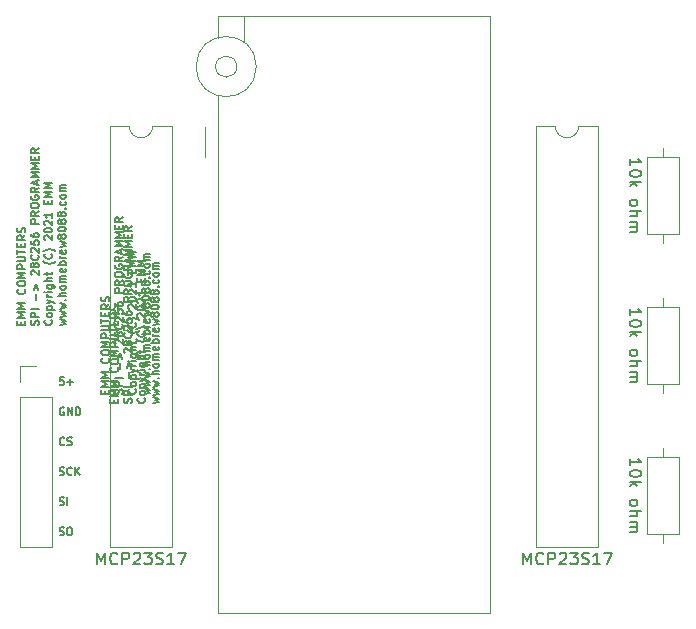
<source format=gbr>
G04 #@! TF.GenerationSoftware,KiCad,Pcbnew,(5.1.8)-1*
G04 #@! TF.CreationDate,2021-11-09T16:08:29-07:00*
G04 #@! TF.ProjectId,SPI 28c256,53504920-3238-4633-9235-362e6b696361,rev?*
G04 #@! TF.SameCoordinates,Original*
G04 #@! TF.FileFunction,Legend,Top*
G04 #@! TF.FilePolarity,Positive*
%FSLAX46Y46*%
G04 Gerber Fmt 4.6, Leading zero omitted, Abs format (unit mm)*
G04 Created by KiCad (PCBNEW (5.1.8)-1) date 2021-11-09 16:08:29*
%MOMM*%
%LPD*%
G01*
G04 APERTURE LIST*
%ADD10C,0.150000*%
%ADD11C,0.120000*%
G04 APERTURE END LIST*
D10*
X177769290Y-130569304D02*
X177863633Y-130600752D01*
X178020871Y-130600752D01*
X178083766Y-130569304D01*
X178115214Y-130537857D01*
X178146661Y-130474961D01*
X178146661Y-130412066D01*
X178115214Y-130349171D01*
X178083766Y-130317723D01*
X178020871Y-130286276D01*
X177895080Y-130254828D01*
X177832185Y-130223380D01*
X177800738Y-130191933D01*
X177769290Y-130129038D01*
X177769290Y-130066142D01*
X177800738Y-130003247D01*
X177832185Y-129971800D01*
X177895080Y-129940352D01*
X178052319Y-129940352D01*
X178146661Y-129971800D01*
X178555480Y-129940352D02*
X178681271Y-129940352D01*
X178744166Y-129971800D01*
X178807061Y-130034695D01*
X178838509Y-130160485D01*
X178838509Y-130380619D01*
X178807061Y-130506409D01*
X178744166Y-130569304D01*
X178681271Y-130600752D01*
X178555480Y-130600752D01*
X178492585Y-130569304D01*
X178429690Y-130506409D01*
X178398242Y-130380619D01*
X178398242Y-130160485D01*
X178429690Y-130034695D01*
X178492585Y-129971800D01*
X178555480Y-129940352D01*
X177769290Y-128029304D02*
X177863633Y-128060752D01*
X178020871Y-128060752D01*
X178083766Y-128029304D01*
X178115214Y-127997857D01*
X178146661Y-127934961D01*
X178146661Y-127872066D01*
X178115214Y-127809171D01*
X178083766Y-127777723D01*
X178020871Y-127746276D01*
X177895080Y-127714828D01*
X177832185Y-127683380D01*
X177800738Y-127651933D01*
X177769290Y-127589038D01*
X177769290Y-127526142D01*
X177800738Y-127463247D01*
X177832185Y-127431800D01*
X177895080Y-127400352D01*
X178052319Y-127400352D01*
X178146661Y-127431800D01*
X178429690Y-128060752D02*
X178429690Y-127400352D01*
X177769290Y-125489304D02*
X177863633Y-125520752D01*
X178020871Y-125520752D01*
X178083766Y-125489304D01*
X178115214Y-125457857D01*
X178146661Y-125394961D01*
X178146661Y-125332066D01*
X178115214Y-125269171D01*
X178083766Y-125237723D01*
X178020871Y-125206276D01*
X177895080Y-125174828D01*
X177832185Y-125143380D01*
X177800738Y-125111933D01*
X177769290Y-125049038D01*
X177769290Y-124986142D01*
X177800738Y-124923247D01*
X177832185Y-124891800D01*
X177895080Y-124860352D01*
X178052319Y-124860352D01*
X178146661Y-124891800D01*
X178807061Y-125457857D02*
X178775614Y-125489304D01*
X178681271Y-125520752D01*
X178618376Y-125520752D01*
X178524033Y-125489304D01*
X178461138Y-125426409D01*
X178429690Y-125363514D01*
X178398242Y-125237723D01*
X178398242Y-125143380D01*
X178429690Y-125017590D01*
X178461138Y-124954695D01*
X178524033Y-124891800D01*
X178618376Y-124860352D01*
X178681271Y-124860352D01*
X178775614Y-124891800D01*
X178807061Y-124923247D01*
X179090090Y-125520752D02*
X179090090Y-124860352D01*
X179467461Y-125520752D02*
X179184433Y-125143380D01*
X179467461Y-124860352D02*
X179090090Y-125237723D01*
X178178109Y-122917857D02*
X178146661Y-122949304D01*
X178052319Y-122980752D01*
X177989423Y-122980752D01*
X177895080Y-122949304D01*
X177832185Y-122886409D01*
X177800738Y-122823514D01*
X177769290Y-122697723D01*
X177769290Y-122603380D01*
X177800738Y-122477590D01*
X177832185Y-122414695D01*
X177895080Y-122351800D01*
X177989423Y-122320352D01*
X178052319Y-122320352D01*
X178146661Y-122351800D01*
X178178109Y-122383247D01*
X178429690Y-122949304D02*
X178524033Y-122980752D01*
X178681271Y-122980752D01*
X178744166Y-122949304D01*
X178775614Y-122917857D01*
X178807061Y-122854961D01*
X178807061Y-122792066D01*
X178775614Y-122729171D01*
X178744166Y-122697723D01*
X178681271Y-122666276D01*
X178555480Y-122634828D01*
X178492585Y-122603380D01*
X178461138Y-122571933D01*
X178429690Y-122509038D01*
X178429690Y-122446142D01*
X178461138Y-122383247D01*
X178492585Y-122351800D01*
X178555480Y-122320352D01*
X178712719Y-122320352D01*
X178807061Y-122351800D01*
X178146661Y-119811800D02*
X178083766Y-119780352D01*
X177989423Y-119780352D01*
X177895080Y-119811800D01*
X177832185Y-119874695D01*
X177800738Y-119937590D01*
X177769290Y-120063380D01*
X177769290Y-120157723D01*
X177800738Y-120283514D01*
X177832185Y-120346409D01*
X177895080Y-120409304D01*
X177989423Y-120440752D01*
X178052319Y-120440752D01*
X178146661Y-120409304D01*
X178178109Y-120377857D01*
X178178109Y-120157723D01*
X178052319Y-120157723D01*
X178461138Y-120440752D02*
X178461138Y-119780352D01*
X178838509Y-120440752D01*
X178838509Y-119780352D01*
X179152985Y-120440752D02*
X179152985Y-119780352D01*
X179310223Y-119780352D01*
X179404566Y-119811800D01*
X179467461Y-119874695D01*
X179498909Y-119937590D01*
X179530357Y-120063380D01*
X179530357Y-120157723D01*
X179498909Y-120283514D01*
X179467461Y-120346409D01*
X179404566Y-120409304D01*
X179310223Y-120440752D01*
X179152985Y-120440752D01*
X181629928Y-118617261D02*
X181629928Y-118397128D01*
X181975852Y-118302785D02*
X181975852Y-118617261D01*
X181315452Y-118617261D01*
X181315452Y-118302785D01*
X181975852Y-118019757D02*
X181315452Y-118019757D01*
X181787166Y-117799623D01*
X181315452Y-117579490D01*
X181975852Y-117579490D01*
X181975852Y-117265014D02*
X181315452Y-117265014D01*
X181787166Y-117044880D01*
X181315452Y-116824747D01*
X181975852Y-116824747D01*
X181912957Y-115629738D02*
X181944404Y-115661185D01*
X181975852Y-115755528D01*
X181975852Y-115818423D01*
X181944404Y-115912766D01*
X181881509Y-115975661D01*
X181818614Y-116007109D01*
X181692823Y-116038557D01*
X181598480Y-116038557D01*
X181472690Y-116007109D01*
X181409795Y-115975661D01*
X181346900Y-115912766D01*
X181315452Y-115818423D01*
X181315452Y-115755528D01*
X181346900Y-115661185D01*
X181378347Y-115629738D01*
X181315452Y-115220919D02*
X181315452Y-115095128D01*
X181346900Y-115032233D01*
X181409795Y-114969338D01*
X181535585Y-114937890D01*
X181755719Y-114937890D01*
X181881509Y-114969338D01*
X181944404Y-115032233D01*
X181975852Y-115095128D01*
X181975852Y-115220919D01*
X181944404Y-115283814D01*
X181881509Y-115346709D01*
X181755719Y-115378157D01*
X181535585Y-115378157D01*
X181409795Y-115346709D01*
X181346900Y-115283814D01*
X181315452Y-115220919D01*
X181975852Y-114654861D02*
X181315452Y-114654861D01*
X181787166Y-114434728D01*
X181315452Y-114214595D01*
X181975852Y-114214595D01*
X181975852Y-113900119D02*
X181315452Y-113900119D01*
X181315452Y-113648538D01*
X181346900Y-113585642D01*
X181378347Y-113554195D01*
X181441242Y-113522747D01*
X181535585Y-113522747D01*
X181598480Y-113554195D01*
X181629928Y-113585642D01*
X181661376Y-113648538D01*
X181661376Y-113900119D01*
X181315452Y-113239719D02*
X181850061Y-113239719D01*
X181912957Y-113208271D01*
X181944404Y-113176823D01*
X181975852Y-113113928D01*
X181975852Y-112988138D01*
X181944404Y-112925242D01*
X181912957Y-112893795D01*
X181850061Y-112862347D01*
X181315452Y-112862347D01*
X181315452Y-112642214D02*
X181315452Y-112264842D01*
X181975852Y-112453528D02*
X181315452Y-112453528D01*
X181629928Y-112044709D02*
X181629928Y-111824576D01*
X181975852Y-111730233D02*
X181975852Y-112044709D01*
X181315452Y-112044709D01*
X181315452Y-111730233D01*
X181975852Y-111069833D02*
X181661376Y-111289966D01*
X181975852Y-111447204D02*
X181315452Y-111447204D01*
X181315452Y-111195623D01*
X181346900Y-111132728D01*
X181378347Y-111101280D01*
X181441242Y-111069833D01*
X181535585Y-111069833D01*
X181598480Y-111101280D01*
X181629928Y-111132728D01*
X181661376Y-111195623D01*
X181661376Y-111447204D01*
X181944404Y-110818252D02*
X181975852Y-110723909D01*
X181975852Y-110566671D01*
X181944404Y-110503776D01*
X181912957Y-110472328D01*
X181850061Y-110440880D01*
X181787166Y-110440880D01*
X181724271Y-110472328D01*
X181692823Y-110503776D01*
X181661376Y-110566671D01*
X181629928Y-110692461D01*
X181598480Y-110755357D01*
X181567033Y-110786804D01*
X181504138Y-110818252D01*
X181441242Y-110818252D01*
X181378347Y-110786804D01*
X181346900Y-110755357D01*
X181315452Y-110692461D01*
X181315452Y-110535223D01*
X181346900Y-110440880D01*
X183085004Y-118648709D02*
X183116452Y-118554366D01*
X183116452Y-118397128D01*
X183085004Y-118334233D01*
X183053557Y-118302785D01*
X182990661Y-118271338D01*
X182927766Y-118271338D01*
X182864871Y-118302785D01*
X182833423Y-118334233D01*
X182801976Y-118397128D01*
X182770528Y-118522919D01*
X182739080Y-118585814D01*
X182707633Y-118617261D01*
X182644738Y-118648709D01*
X182581842Y-118648709D01*
X182518947Y-118617261D01*
X182487500Y-118585814D01*
X182456052Y-118522919D01*
X182456052Y-118365680D01*
X182487500Y-118271338D01*
X183116452Y-117988309D02*
X182456052Y-117988309D01*
X182456052Y-117736728D01*
X182487500Y-117673833D01*
X182518947Y-117642385D01*
X182581842Y-117610938D01*
X182676185Y-117610938D01*
X182739080Y-117642385D01*
X182770528Y-117673833D01*
X182801976Y-117736728D01*
X182801976Y-117988309D01*
X183116452Y-117327909D02*
X182456052Y-117327909D01*
X182864871Y-116510271D02*
X182864871Y-116007109D01*
X182676185Y-115692633D02*
X182864871Y-115189471D01*
X183053557Y-115692633D01*
X182518947Y-114403280D02*
X182487500Y-114371833D01*
X182456052Y-114308938D01*
X182456052Y-114151700D01*
X182487500Y-114088804D01*
X182518947Y-114057357D01*
X182581842Y-114025909D01*
X182644738Y-114025909D01*
X182739080Y-114057357D01*
X183116452Y-114434728D01*
X183116452Y-114025909D01*
X182739080Y-113648538D02*
X182707633Y-113711433D01*
X182676185Y-113742880D01*
X182613290Y-113774328D01*
X182581842Y-113774328D01*
X182518947Y-113742880D01*
X182487500Y-113711433D01*
X182456052Y-113648538D01*
X182456052Y-113522747D01*
X182487500Y-113459852D01*
X182518947Y-113428404D01*
X182581842Y-113396957D01*
X182613290Y-113396957D01*
X182676185Y-113428404D01*
X182707633Y-113459852D01*
X182739080Y-113522747D01*
X182739080Y-113648538D01*
X182770528Y-113711433D01*
X182801976Y-113742880D01*
X182864871Y-113774328D01*
X182990661Y-113774328D01*
X183053557Y-113742880D01*
X183085004Y-113711433D01*
X183116452Y-113648538D01*
X183116452Y-113522747D01*
X183085004Y-113459852D01*
X183053557Y-113428404D01*
X182990661Y-113396957D01*
X182864871Y-113396957D01*
X182801976Y-113428404D01*
X182770528Y-113459852D01*
X182739080Y-113522747D01*
X183053557Y-112736557D02*
X183085004Y-112768004D01*
X183116452Y-112862347D01*
X183116452Y-112925242D01*
X183085004Y-113019585D01*
X183022109Y-113082480D01*
X182959214Y-113113928D01*
X182833423Y-113145376D01*
X182739080Y-113145376D01*
X182613290Y-113113928D01*
X182550395Y-113082480D01*
X182487500Y-113019585D01*
X182456052Y-112925242D01*
X182456052Y-112862347D01*
X182487500Y-112768004D01*
X182518947Y-112736557D01*
X182518947Y-112484976D02*
X182487500Y-112453528D01*
X182456052Y-112390633D01*
X182456052Y-112233395D01*
X182487500Y-112170500D01*
X182518947Y-112139052D01*
X182581842Y-112107604D01*
X182644738Y-112107604D01*
X182739080Y-112139052D01*
X183116452Y-112516423D01*
X183116452Y-112107604D01*
X182456052Y-111510100D02*
X182456052Y-111824576D01*
X182770528Y-111856023D01*
X182739080Y-111824576D01*
X182707633Y-111761680D01*
X182707633Y-111604442D01*
X182739080Y-111541547D01*
X182770528Y-111510100D01*
X182833423Y-111478652D01*
X182990661Y-111478652D01*
X183053557Y-111510100D01*
X183085004Y-111541547D01*
X183116452Y-111604442D01*
X183116452Y-111761680D01*
X183085004Y-111824576D01*
X183053557Y-111856023D01*
X182456052Y-110912595D02*
X182456052Y-111038385D01*
X182487500Y-111101280D01*
X182518947Y-111132728D01*
X182613290Y-111195623D01*
X182739080Y-111227071D01*
X182990661Y-111227071D01*
X183053557Y-111195623D01*
X183085004Y-111164176D01*
X183116452Y-111101280D01*
X183116452Y-110975490D01*
X183085004Y-110912595D01*
X183053557Y-110881147D01*
X182990661Y-110849700D01*
X182833423Y-110849700D01*
X182770528Y-110881147D01*
X182739080Y-110912595D01*
X182707633Y-110975490D01*
X182707633Y-111101280D01*
X182739080Y-111164176D01*
X182770528Y-111195623D01*
X182833423Y-111227071D01*
X183116452Y-110063509D02*
X182456052Y-110063509D01*
X182456052Y-109811928D01*
X182487500Y-109749033D01*
X182518947Y-109717585D01*
X182581842Y-109686138D01*
X182676185Y-109686138D01*
X182739080Y-109717585D01*
X182770528Y-109749033D01*
X182801976Y-109811928D01*
X182801976Y-110063509D01*
X183116452Y-109025738D02*
X182801976Y-109245871D01*
X183116452Y-109403109D02*
X182456052Y-109403109D01*
X182456052Y-109151528D01*
X182487500Y-109088633D01*
X182518947Y-109057185D01*
X182581842Y-109025738D01*
X182676185Y-109025738D01*
X182739080Y-109057185D01*
X182770528Y-109088633D01*
X182801976Y-109151528D01*
X182801976Y-109403109D01*
X182456052Y-108616919D02*
X182456052Y-108491128D01*
X182487500Y-108428233D01*
X182550395Y-108365338D01*
X182676185Y-108333890D01*
X182896319Y-108333890D01*
X183022109Y-108365338D01*
X183085004Y-108428233D01*
X183116452Y-108491128D01*
X183116452Y-108616919D01*
X183085004Y-108679814D01*
X183022109Y-108742709D01*
X182896319Y-108774157D01*
X182676185Y-108774157D01*
X182550395Y-108742709D01*
X182487500Y-108679814D01*
X182456052Y-108616919D01*
X182487500Y-107704938D02*
X182456052Y-107767833D01*
X182456052Y-107862176D01*
X182487500Y-107956519D01*
X182550395Y-108019414D01*
X182613290Y-108050861D01*
X182739080Y-108082309D01*
X182833423Y-108082309D01*
X182959214Y-108050861D01*
X183022109Y-108019414D01*
X183085004Y-107956519D01*
X183116452Y-107862176D01*
X183116452Y-107799280D01*
X183085004Y-107704938D01*
X183053557Y-107673490D01*
X182833423Y-107673490D01*
X182833423Y-107799280D01*
X183116452Y-107013090D02*
X182801976Y-107233223D01*
X183116452Y-107390461D02*
X182456052Y-107390461D01*
X182456052Y-107138880D01*
X182487500Y-107075985D01*
X182518947Y-107044538D01*
X182581842Y-107013090D01*
X182676185Y-107013090D01*
X182739080Y-107044538D01*
X182770528Y-107075985D01*
X182801976Y-107138880D01*
X182801976Y-107390461D01*
X182927766Y-106761509D02*
X182927766Y-106447033D01*
X183116452Y-106824404D02*
X182456052Y-106604271D01*
X183116452Y-106384138D01*
X183116452Y-106164004D02*
X182456052Y-106164004D01*
X182927766Y-105943871D01*
X182456052Y-105723738D01*
X183116452Y-105723738D01*
X183116452Y-105409261D02*
X182456052Y-105409261D01*
X182927766Y-105189128D01*
X182456052Y-104968995D01*
X183116452Y-104968995D01*
X182770528Y-104654519D02*
X182770528Y-104434385D01*
X183116452Y-104340042D02*
X183116452Y-104654519D01*
X182456052Y-104654519D01*
X182456052Y-104340042D01*
X183116452Y-103679642D02*
X182801976Y-103899776D01*
X183116452Y-104057014D02*
X182456052Y-104057014D01*
X182456052Y-103805433D01*
X182487500Y-103742538D01*
X182518947Y-103711090D01*
X182581842Y-103679642D01*
X182676185Y-103679642D01*
X182739080Y-103711090D01*
X182770528Y-103742538D01*
X182801976Y-103805433D01*
X182801976Y-104057014D01*
X184194157Y-118239890D02*
X184225604Y-118271338D01*
X184257052Y-118365680D01*
X184257052Y-118428576D01*
X184225604Y-118522919D01*
X184162709Y-118585814D01*
X184099814Y-118617261D01*
X183974023Y-118648709D01*
X183879680Y-118648709D01*
X183753890Y-118617261D01*
X183690995Y-118585814D01*
X183628100Y-118522919D01*
X183596652Y-118428576D01*
X183596652Y-118365680D01*
X183628100Y-118271338D01*
X183659547Y-118239890D01*
X184257052Y-117862519D02*
X184225604Y-117925414D01*
X184194157Y-117956861D01*
X184131261Y-117988309D01*
X183942576Y-117988309D01*
X183879680Y-117956861D01*
X183848233Y-117925414D01*
X183816785Y-117862519D01*
X183816785Y-117768176D01*
X183848233Y-117705280D01*
X183879680Y-117673833D01*
X183942576Y-117642385D01*
X184131261Y-117642385D01*
X184194157Y-117673833D01*
X184225604Y-117705280D01*
X184257052Y-117768176D01*
X184257052Y-117862519D01*
X183816785Y-117359357D02*
X184477185Y-117359357D01*
X183848233Y-117359357D02*
X183816785Y-117296461D01*
X183816785Y-117170671D01*
X183848233Y-117107776D01*
X183879680Y-117076328D01*
X183942576Y-117044880D01*
X184131261Y-117044880D01*
X184194157Y-117076328D01*
X184225604Y-117107776D01*
X184257052Y-117170671D01*
X184257052Y-117296461D01*
X184225604Y-117359357D01*
X183816785Y-116824747D02*
X184257052Y-116667509D01*
X183816785Y-116510271D02*
X184257052Y-116667509D01*
X184414290Y-116730404D01*
X184445738Y-116761852D01*
X184477185Y-116824747D01*
X184257052Y-116258690D02*
X183816785Y-116258690D01*
X183942576Y-116258690D02*
X183879680Y-116227242D01*
X183848233Y-116195795D01*
X183816785Y-116132900D01*
X183816785Y-116070004D01*
X184257052Y-115849871D02*
X183816785Y-115849871D01*
X183596652Y-115849871D02*
X183628100Y-115881319D01*
X183659547Y-115849871D01*
X183628100Y-115818423D01*
X183596652Y-115849871D01*
X183659547Y-115849871D01*
X183816785Y-115252366D02*
X184351395Y-115252366D01*
X184414290Y-115283814D01*
X184445738Y-115315261D01*
X184477185Y-115378157D01*
X184477185Y-115472500D01*
X184445738Y-115535395D01*
X184225604Y-115252366D02*
X184257052Y-115315261D01*
X184257052Y-115441052D01*
X184225604Y-115503947D01*
X184194157Y-115535395D01*
X184131261Y-115566842D01*
X183942576Y-115566842D01*
X183879680Y-115535395D01*
X183848233Y-115503947D01*
X183816785Y-115441052D01*
X183816785Y-115315261D01*
X183848233Y-115252366D01*
X184257052Y-114937890D02*
X183596652Y-114937890D01*
X184257052Y-114654861D02*
X183911128Y-114654861D01*
X183848233Y-114686309D01*
X183816785Y-114749204D01*
X183816785Y-114843547D01*
X183848233Y-114906442D01*
X183879680Y-114937890D01*
X183816785Y-114434728D02*
X183816785Y-114183147D01*
X183596652Y-114340385D02*
X184162709Y-114340385D01*
X184225604Y-114308938D01*
X184257052Y-114246042D01*
X184257052Y-114183147D01*
X184508633Y-113271166D02*
X184477185Y-113302614D01*
X184382842Y-113365509D01*
X184319947Y-113396957D01*
X184225604Y-113428404D01*
X184068366Y-113459852D01*
X183942576Y-113459852D01*
X183785338Y-113428404D01*
X183690995Y-113396957D01*
X183628100Y-113365509D01*
X183533757Y-113302614D01*
X183502309Y-113271166D01*
X184194157Y-112642214D02*
X184225604Y-112673661D01*
X184257052Y-112768004D01*
X184257052Y-112830900D01*
X184225604Y-112925242D01*
X184162709Y-112988138D01*
X184099814Y-113019585D01*
X183974023Y-113051033D01*
X183879680Y-113051033D01*
X183753890Y-113019585D01*
X183690995Y-112988138D01*
X183628100Y-112925242D01*
X183596652Y-112830900D01*
X183596652Y-112768004D01*
X183628100Y-112673661D01*
X183659547Y-112642214D01*
X184508633Y-112422080D02*
X184477185Y-112390633D01*
X184382842Y-112327738D01*
X184319947Y-112296290D01*
X184225604Y-112264842D01*
X184068366Y-112233395D01*
X183942576Y-112233395D01*
X183785338Y-112264842D01*
X183690995Y-112296290D01*
X183628100Y-112327738D01*
X183533757Y-112390633D01*
X183502309Y-112422080D01*
X183659547Y-111447204D02*
X183628100Y-111415757D01*
X183596652Y-111352861D01*
X183596652Y-111195623D01*
X183628100Y-111132728D01*
X183659547Y-111101280D01*
X183722442Y-111069833D01*
X183785338Y-111069833D01*
X183879680Y-111101280D01*
X184257052Y-111478652D01*
X184257052Y-111069833D01*
X183596652Y-110661014D02*
X183596652Y-110598119D01*
X183628100Y-110535223D01*
X183659547Y-110503776D01*
X183722442Y-110472328D01*
X183848233Y-110440880D01*
X184005471Y-110440880D01*
X184131261Y-110472328D01*
X184194157Y-110503776D01*
X184225604Y-110535223D01*
X184257052Y-110598119D01*
X184257052Y-110661014D01*
X184225604Y-110723909D01*
X184194157Y-110755357D01*
X184131261Y-110786804D01*
X184005471Y-110818252D01*
X183848233Y-110818252D01*
X183722442Y-110786804D01*
X183659547Y-110755357D01*
X183628100Y-110723909D01*
X183596652Y-110661014D01*
X183659547Y-110189300D02*
X183628100Y-110157852D01*
X183596652Y-110094957D01*
X183596652Y-109937719D01*
X183628100Y-109874823D01*
X183659547Y-109843376D01*
X183722442Y-109811928D01*
X183785338Y-109811928D01*
X183879680Y-109843376D01*
X184257052Y-110220747D01*
X184257052Y-109811928D01*
X184257052Y-109182976D02*
X184257052Y-109560347D01*
X184257052Y-109371661D02*
X183596652Y-109371661D01*
X183690995Y-109434557D01*
X183753890Y-109497452D01*
X183785338Y-109560347D01*
X183911128Y-108396785D02*
X183911128Y-108176652D01*
X184257052Y-108082309D02*
X184257052Y-108396785D01*
X183596652Y-108396785D01*
X183596652Y-108082309D01*
X184257052Y-107799280D02*
X183596652Y-107799280D01*
X184068366Y-107579147D01*
X183596652Y-107359014D01*
X184257052Y-107359014D01*
X184257052Y-107044538D02*
X183596652Y-107044538D01*
X184068366Y-106824404D01*
X183596652Y-106604271D01*
X184257052Y-106604271D01*
X184957385Y-118680157D02*
X185397652Y-118554366D01*
X185083176Y-118428576D01*
X185397652Y-118302785D01*
X184957385Y-118176995D01*
X184957385Y-117988309D02*
X185397652Y-117862519D01*
X185083176Y-117736728D01*
X185397652Y-117610938D01*
X184957385Y-117485147D01*
X184957385Y-117296461D02*
X185397652Y-117170671D01*
X185083176Y-117044880D01*
X185397652Y-116919090D01*
X184957385Y-116793300D01*
X185334757Y-116541719D02*
X185366204Y-116510271D01*
X185397652Y-116541719D01*
X185366204Y-116573166D01*
X185334757Y-116541719D01*
X185397652Y-116541719D01*
X185397652Y-116227242D02*
X184737252Y-116227242D01*
X185397652Y-115944214D02*
X185051728Y-115944214D01*
X184988833Y-115975661D01*
X184957385Y-116038557D01*
X184957385Y-116132900D01*
X184988833Y-116195795D01*
X185020280Y-116227242D01*
X185397652Y-115535395D02*
X185366204Y-115598290D01*
X185334757Y-115629738D01*
X185271861Y-115661185D01*
X185083176Y-115661185D01*
X185020280Y-115629738D01*
X184988833Y-115598290D01*
X184957385Y-115535395D01*
X184957385Y-115441052D01*
X184988833Y-115378157D01*
X185020280Y-115346709D01*
X185083176Y-115315261D01*
X185271861Y-115315261D01*
X185334757Y-115346709D01*
X185366204Y-115378157D01*
X185397652Y-115441052D01*
X185397652Y-115535395D01*
X185397652Y-115032233D02*
X184957385Y-115032233D01*
X185020280Y-115032233D02*
X184988833Y-115000785D01*
X184957385Y-114937890D01*
X184957385Y-114843547D01*
X184988833Y-114780652D01*
X185051728Y-114749204D01*
X185397652Y-114749204D01*
X185051728Y-114749204D02*
X184988833Y-114717757D01*
X184957385Y-114654861D01*
X184957385Y-114560519D01*
X184988833Y-114497623D01*
X185051728Y-114466176D01*
X185397652Y-114466176D01*
X185366204Y-113900119D02*
X185397652Y-113963014D01*
X185397652Y-114088804D01*
X185366204Y-114151700D01*
X185303309Y-114183147D01*
X185051728Y-114183147D01*
X184988833Y-114151700D01*
X184957385Y-114088804D01*
X184957385Y-113963014D01*
X184988833Y-113900119D01*
X185051728Y-113868671D01*
X185114623Y-113868671D01*
X185177519Y-114183147D01*
X185397652Y-113585642D02*
X184737252Y-113585642D01*
X184988833Y-113585642D02*
X184957385Y-113522747D01*
X184957385Y-113396957D01*
X184988833Y-113334061D01*
X185020280Y-113302614D01*
X185083176Y-113271166D01*
X185271861Y-113271166D01*
X185334757Y-113302614D01*
X185366204Y-113334061D01*
X185397652Y-113396957D01*
X185397652Y-113522747D01*
X185366204Y-113585642D01*
X185397652Y-112988138D02*
X184957385Y-112988138D01*
X185083176Y-112988138D02*
X185020280Y-112956690D01*
X184988833Y-112925242D01*
X184957385Y-112862347D01*
X184957385Y-112799452D01*
X185366204Y-112327738D02*
X185397652Y-112390633D01*
X185397652Y-112516423D01*
X185366204Y-112579319D01*
X185303309Y-112610766D01*
X185051728Y-112610766D01*
X184988833Y-112579319D01*
X184957385Y-112516423D01*
X184957385Y-112390633D01*
X184988833Y-112327738D01*
X185051728Y-112296290D01*
X185114623Y-112296290D01*
X185177519Y-112610766D01*
X184957385Y-112076157D02*
X185397652Y-111950366D01*
X185083176Y-111824576D01*
X185397652Y-111698785D01*
X184957385Y-111572995D01*
X185020280Y-111227071D02*
X184988833Y-111289966D01*
X184957385Y-111321414D01*
X184894490Y-111352861D01*
X184863042Y-111352861D01*
X184800147Y-111321414D01*
X184768700Y-111289966D01*
X184737252Y-111227071D01*
X184737252Y-111101280D01*
X184768700Y-111038385D01*
X184800147Y-111006938D01*
X184863042Y-110975490D01*
X184894490Y-110975490D01*
X184957385Y-111006938D01*
X184988833Y-111038385D01*
X185020280Y-111101280D01*
X185020280Y-111227071D01*
X185051728Y-111289966D01*
X185083176Y-111321414D01*
X185146071Y-111352861D01*
X185271861Y-111352861D01*
X185334757Y-111321414D01*
X185366204Y-111289966D01*
X185397652Y-111227071D01*
X185397652Y-111101280D01*
X185366204Y-111038385D01*
X185334757Y-111006938D01*
X185271861Y-110975490D01*
X185146071Y-110975490D01*
X185083176Y-111006938D01*
X185051728Y-111038385D01*
X185020280Y-111101280D01*
X184737252Y-110566671D02*
X184737252Y-110503776D01*
X184768700Y-110440880D01*
X184800147Y-110409433D01*
X184863042Y-110377985D01*
X184988833Y-110346538D01*
X185146071Y-110346538D01*
X185271861Y-110377985D01*
X185334757Y-110409433D01*
X185366204Y-110440880D01*
X185397652Y-110503776D01*
X185397652Y-110566671D01*
X185366204Y-110629566D01*
X185334757Y-110661014D01*
X185271861Y-110692461D01*
X185146071Y-110723909D01*
X184988833Y-110723909D01*
X184863042Y-110692461D01*
X184800147Y-110661014D01*
X184768700Y-110629566D01*
X184737252Y-110566671D01*
X185020280Y-109969166D02*
X184988833Y-110032061D01*
X184957385Y-110063509D01*
X184894490Y-110094957D01*
X184863042Y-110094957D01*
X184800147Y-110063509D01*
X184768700Y-110032061D01*
X184737252Y-109969166D01*
X184737252Y-109843376D01*
X184768700Y-109780480D01*
X184800147Y-109749033D01*
X184863042Y-109717585D01*
X184894490Y-109717585D01*
X184957385Y-109749033D01*
X184988833Y-109780480D01*
X185020280Y-109843376D01*
X185020280Y-109969166D01*
X185051728Y-110032061D01*
X185083176Y-110063509D01*
X185146071Y-110094957D01*
X185271861Y-110094957D01*
X185334757Y-110063509D01*
X185366204Y-110032061D01*
X185397652Y-109969166D01*
X185397652Y-109843376D01*
X185366204Y-109780480D01*
X185334757Y-109749033D01*
X185271861Y-109717585D01*
X185146071Y-109717585D01*
X185083176Y-109749033D01*
X185051728Y-109780480D01*
X185020280Y-109843376D01*
X185020280Y-109340214D02*
X184988833Y-109403109D01*
X184957385Y-109434557D01*
X184894490Y-109466004D01*
X184863042Y-109466004D01*
X184800147Y-109434557D01*
X184768700Y-109403109D01*
X184737252Y-109340214D01*
X184737252Y-109214423D01*
X184768700Y-109151528D01*
X184800147Y-109120080D01*
X184863042Y-109088633D01*
X184894490Y-109088633D01*
X184957385Y-109120080D01*
X184988833Y-109151528D01*
X185020280Y-109214423D01*
X185020280Y-109340214D01*
X185051728Y-109403109D01*
X185083176Y-109434557D01*
X185146071Y-109466004D01*
X185271861Y-109466004D01*
X185334757Y-109434557D01*
X185366204Y-109403109D01*
X185397652Y-109340214D01*
X185397652Y-109214423D01*
X185366204Y-109151528D01*
X185334757Y-109120080D01*
X185271861Y-109088633D01*
X185146071Y-109088633D01*
X185083176Y-109120080D01*
X185051728Y-109151528D01*
X185020280Y-109214423D01*
X185334757Y-108805604D02*
X185366204Y-108774157D01*
X185397652Y-108805604D01*
X185366204Y-108837052D01*
X185334757Y-108805604D01*
X185397652Y-108805604D01*
X185366204Y-108208100D02*
X185397652Y-108270995D01*
X185397652Y-108396785D01*
X185366204Y-108459680D01*
X185334757Y-108491128D01*
X185271861Y-108522576D01*
X185083176Y-108522576D01*
X185020280Y-108491128D01*
X184988833Y-108459680D01*
X184957385Y-108396785D01*
X184957385Y-108270995D01*
X184988833Y-108208100D01*
X185397652Y-107830728D02*
X185366204Y-107893623D01*
X185334757Y-107925071D01*
X185271861Y-107956519D01*
X185083176Y-107956519D01*
X185020280Y-107925071D01*
X184988833Y-107893623D01*
X184957385Y-107830728D01*
X184957385Y-107736385D01*
X184988833Y-107673490D01*
X185020280Y-107642042D01*
X185083176Y-107610595D01*
X185271861Y-107610595D01*
X185334757Y-107642042D01*
X185366204Y-107673490D01*
X185397652Y-107736385D01*
X185397652Y-107830728D01*
X185397652Y-107327566D02*
X184957385Y-107327566D01*
X185020280Y-107327566D02*
X184988833Y-107296119D01*
X184957385Y-107233223D01*
X184957385Y-107138880D01*
X184988833Y-107075985D01*
X185051728Y-107044538D01*
X185397652Y-107044538D01*
X185051728Y-107044538D02*
X184988833Y-107013090D01*
X184957385Y-106950195D01*
X184957385Y-106855852D01*
X184988833Y-106792957D01*
X185051728Y-106761509D01*
X185397652Y-106761509D01*
X182391928Y-119379261D02*
X182391928Y-119159128D01*
X182737852Y-119064785D02*
X182737852Y-119379261D01*
X182077452Y-119379261D01*
X182077452Y-119064785D01*
X182737852Y-118781757D02*
X182077452Y-118781757D01*
X182549166Y-118561623D01*
X182077452Y-118341490D01*
X182737852Y-118341490D01*
X182737852Y-118027014D02*
X182077452Y-118027014D01*
X182549166Y-117806880D01*
X182077452Y-117586747D01*
X182737852Y-117586747D01*
X182674957Y-116391738D02*
X182706404Y-116423185D01*
X182737852Y-116517528D01*
X182737852Y-116580423D01*
X182706404Y-116674766D01*
X182643509Y-116737661D01*
X182580614Y-116769109D01*
X182454823Y-116800557D01*
X182360480Y-116800557D01*
X182234690Y-116769109D01*
X182171795Y-116737661D01*
X182108900Y-116674766D01*
X182077452Y-116580423D01*
X182077452Y-116517528D01*
X182108900Y-116423185D01*
X182140347Y-116391738D01*
X182077452Y-115982919D02*
X182077452Y-115857128D01*
X182108900Y-115794233D01*
X182171795Y-115731338D01*
X182297585Y-115699890D01*
X182517719Y-115699890D01*
X182643509Y-115731338D01*
X182706404Y-115794233D01*
X182737852Y-115857128D01*
X182737852Y-115982919D01*
X182706404Y-116045814D01*
X182643509Y-116108709D01*
X182517719Y-116140157D01*
X182297585Y-116140157D01*
X182171795Y-116108709D01*
X182108900Y-116045814D01*
X182077452Y-115982919D01*
X182737852Y-115416861D02*
X182077452Y-115416861D01*
X182549166Y-115196728D01*
X182077452Y-114976595D01*
X182737852Y-114976595D01*
X182737852Y-114662119D02*
X182077452Y-114662119D01*
X182077452Y-114410538D01*
X182108900Y-114347642D01*
X182140347Y-114316195D01*
X182203242Y-114284747D01*
X182297585Y-114284747D01*
X182360480Y-114316195D01*
X182391928Y-114347642D01*
X182423376Y-114410538D01*
X182423376Y-114662119D01*
X182077452Y-114001719D02*
X182612061Y-114001719D01*
X182674957Y-113970271D01*
X182706404Y-113938823D01*
X182737852Y-113875928D01*
X182737852Y-113750138D01*
X182706404Y-113687242D01*
X182674957Y-113655795D01*
X182612061Y-113624347D01*
X182077452Y-113624347D01*
X182077452Y-113404214D02*
X182077452Y-113026842D01*
X182737852Y-113215528D02*
X182077452Y-113215528D01*
X182391928Y-112806709D02*
X182391928Y-112586576D01*
X182737852Y-112492233D02*
X182737852Y-112806709D01*
X182077452Y-112806709D01*
X182077452Y-112492233D01*
X182737852Y-111831833D02*
X182423376Y-112051966D01*
X182737852Y-112209204D02*
X182077452Y-112209204D01*
X182077452Y-111957623D01*
X182108900Y-111894728D01*
X182140347Y-111863280D01*
X182203242Y-111831833D01*
X182297585Y-111831833D01*
X182360480Y-111863280D01*
X182391928Y-111894728D01*
X182423376Y-111957623D01*
X182423376Y-112209204D01*
X182706404Y-111580252D02*
X182737852Y-111485909D01*
X182737852Y-111328671D01*
X182706404Y-111265776D01*
X182674957Y-111234328D01*
X182612061Y-111202880D01*
X182549166Y-111202880D01*
X182486271Y-111234328D01*
X182454823Y-111265776D01*
X182423376Y-111328671D01*
X182391928Y-111454461D01*
X182360480Y-111517357D01*
X182329033Y-111548804D01*
X182266138Y-111580252D01*
X182203242Y-111580252D01*
X182140347Y-111548804D01*
X182108900Y-111517357D01*
X182077452Y-111454461D01*
X182077452Y-111297223D01*
X182108900Y-111202880D01*
X183847004Y-119410709D02*
X183878452Y-119316366D01*
X183878452Y-119159128D01*
X183847004Y-119096233D01*
X183815557Y-119064785D01*
X183752661Y-119033338D01*
X183689766Y-119033338D01*
X183626871Y-119064785D01*
X183595423Y-119096233D01*
X183563976Y-119159128D01*
X183532528Y-119284919D01*
X183501080Y-119347814D01*
X183469633Y-119379261D01*
X183406738Y-119410709D01*
X183343842Y-119410709D01*
X183280947Y-119379261D01*
X183249500Y-119347814D01*
X183218052Y-119284919D01*
X183218052Y-119127680D01*
X183249500Y-119033338D01*
X183878452Y-118750309D02*
X183218052Y-118750309D01*
X183218052Y-118498728D01*
X183249500Y-118435833D01*
X183280947Y-118404385D01*
X183343842Y-118372938D01*
X183438185Y-118372938D01*
X183501080Y-118404385D01*
X183532528Y-118435833D01*
X183563976Y-118498728D01*
X183563976Y-118750309D01*
X183878452Y-118089909D02*
X183218052Y-118089909D01*
X183626871Y-117272271D02*
X183626871Y-116769109D01*
X183438185Y-116454633D02*
X183626871Y-115951471D01*
X183815557Y-116454633D01*
X183280947Y-115165280D02*
X183249500Y-115133833D01*
X183218052Y-115070938D01*
X183218052Y-114913700D01*
X183249500Y-114850804D01*
X183280947Y-114819357D01*
X183343842Y-114787909D01*
X183406738Y-114787909D01*
X183501080Y-114819357D01*
X183878452Y-115196728D01*
X183878452Y-114787909D01*
X183501080Y-114410538D02*
X183469633Y-114473433D01*
X183438185Y-114504880D01*
X183375290Y-114536328D01*
X183343842Y-114536328D01*
X183280947Y-114504880D01*
X183249500Y-114473433D01*
X183218052Y-114410538D01*
X183218052Y-114284747D01*
X183249500Y-114221852D01*
X183280947Y-114190404D01*
X183343842Y-114158957D01*
X183375290Y-114158957D01*
X183438185Y-114190404D01*
X183469633Y-114221852D01*
X183501080Y-114284747D01*
X183501080Y-114410538D01*
X183532528Y-114473433D01*
X183563976Y-114504880D01*
X183626871Y-114536328D01*
X183752661Y-114536328D01*
X183815557Y-114504880D01*
X183847004Y-114473433D01*
X183878452Y-114410538D01*
X183878452Y-114284747D01*
X183847004Y-114221852D01*
X183815557Y-114190404D01*
X183752661Y-114158957D01*
X183626871Y-114158957D01*
X183563976Y-114190404D01*
X183532528Y-114221852D01*
X183501080Y-114284747D01*
X183815557Y-113498557D02*
X183847004Y-113530004D01*
X183878452Y-113624347D01*
X183878452Y-113687242D01*
X183847004Y-113781585D01*
X183784109Y-113844480D01*
X183721214Y-113875928D01*
X183595423Y-113907376D01*
X183501080Y-113907376D01*
X183375290Y-113875928D01*
X183312395Y-113844480D01*
X183249500Y-113781585D01*
X183218052Y-113687242D01*
X183218052Y-113624347D01*
X183249500Y-113530004D01*
X183280947Y-113498557D01*
X183280947Y-113246976D02*
X183249500Y-113215528D01*
X183218052Y-113152633D01*
X183218052Y-112995395D01*
X183249500Y-112932500D01*
X183280947Y-112901052D01*
X183343842Y-112869604D01*
X183406738Y-112869604D01*
X183501080Y-112901052D01*
X183878452Y-113278423D01*
X183878452Y-112869604D01*
X183218052Y-112272100D02*
X183218052Y-112586576D01*
X183532528Y-112618023D01*
X183501080Y-112586576D01*
X183469633Y-112523680D01*
X183469633Y-112366442D01*
X183501080Y-112303547D01*
X183532528Y-112272100D01*
X183595423Y-112240652D01*
X183752661Y-112240652D01*
X183815557Y-112272100D01*
X183847004Y-112303547D01*
X183878452Y-112366442D01*
X183878452Y-112523680D01*
X183847004Y-112586576D01*
X183815557Y-112618023D01*
X183218052Y-111674595D02*
X183218052Y-111800385D01*
X183249500Y-111863280D01*
X183280947Y-111894728D01*
X183375290Y-111957623D01*
X183501080Y-111989071D01*
X183752661Y-111989071D01*
X183815557Y-111957623D01*
X183847004Y-111926176D01*
X183878452Y-111863280D01*
X183878452Y-111737490D01*
X183847004Y-111674595D01*
X183815557Y-111643147D01*
X183752661Y-111611700D01*
X183595423Y-111611700D01*
X183532528Y-111643147D01*
X183501080Y-111674595D01*
X183469633Y-111737490D01*
X183469633Y-111863280D01*
X183501080Y-111926176D01*
X183532528Y-111957623D01*
X183595423Y-111989071D01*
X183878452Y-110825509D02*
X183218052Y-110825509D01*
X183218052Y-110573928D01*
X183249500Y-110511033D01*
X183280947Y-110479585D01*
X183343842Y-110448138D01*
X183438185Y-110448138D01*
X183501080Y-110479585D01*
X183532528Y-110511033D01*
X183563976Y-110573928D01*
X183563976Y-110825509D01*
X183878452Y-109787738D02*
X183563976Y-110007871D01*
X183878452Y-110165109D02*
X183218052Y-110165109D01*
X183218052Y-109913528D01*
X183249500Y-109850633D01*
X183280947Y-109819185D01*
X183343842Y-109787738D01*
X183438185Y-109787738D01*
X183501080Y-109819185D01*
X183532528Y-109850633D01*
X183563976Y-109913528D01*
X183563976Y-110165109D01*
X183218052Y-109378919D02*
X183218052Y-109253128D01*
X183249500Y-109190233D01*
X183312395Y-109127338D01*
X183438185Y-109095890D01*
X183658319Y-109095890D01*
X183784109Y-109127338D01*
X183847004Y-109190233D01*
X183878452Y-109253128D01*
X183878452Y-109378919D01*
X183847004Y-109441814D01*
X183784109Y-109504709D01*
X183658319Y-109536157D01*
X183438185Y-109536157D01*
X183312395Y-109504709D01*
X183249500Y-109441814D01*
X183218052Y-109378919D01*
X183249500Y-108466938D02*
X183218052Y-108529833D01*
X183218052Y-108624176D01*
X183249500Y-108718519D01*
X183312395Y-108781414D01*
X183375290Y-108812861D01*
X183501080Y-108844309D01*
X183595423Y-108844309D01*
X183721214Y-108812861D01*
X183784109Y-108781414D01*
X183847004Y-108718519D01*
X183878452Y-108624176D01*
X183878452Y-108561280D01*
X183847004Y-108466938D01*
X183815557Y-108435490D01*
X183595423Y-108435490D01*
X183595423Y-108561280D01*
X183878452Y-107775090D02*
X183563976Y-107995223D01*
X183878452Y-108152461D02*
X183218052Y-108152461D01*
X183218052Y-107900880D01*
X183249500Y-107837985D01*
X183280947Y-107806538D01*
X183343842Y-107775090D01*
X183438185Y-107775090D01*
X183501080Y-107806538D01*
X183532528Y-107837985D01*
X183563976Y-107900880D01*
X183563976Y-108152461D01*
X183689766Y-107523509D02*
X183689766Y-107209033D01*
X183878452Y-107586404D02*
X183218052Y-107366271D01*
X183878452Y-107146138D01*
X183878452Y-106926004D02*
X183218052Y-106926004D01*
X183689766Y-106705871D01*
X183218052Y-106485738D01*
X183878452Y-106485738D01*
X183878452Y-106171261D02*
X183218052Y-106171261D01*
X183689766Y-105951128D01*
X183218052Y-105730995D01*
X183878452Y-105730995D01*
X183532528Y-105416519D02*
X183532528Y-105196385D01*
X183878452Y-105102042D02*
X183878452Y-105416519D01*
X183218052Y-105416519D01*
X183218052Y-105102042D01*
X183878452Y-104441642D02*
X183563976Y-104661776D01*
X183878452Y-104819014D02*
X183218052Y-104819014D01*
X183218052Y-104567433D01*
X183249500Y-104504538D01*
X183280947Y-104473090D01*
X183343842Y-104441642D01*
X183438185Y-104441642D01*
X183501080Y-104473090D01*
X183532528Y-104504538D01*
X183563976Y-104567433D01*
X183563976Y-104819014D01*
X184956157Y-119001890D02*
X184987604Y-119033338D01*
X185019052Y-119127680D01*
X185019052Y-119190576D01*
X184987604Y-119284919D01*
X184924709Y-119347814D01*
X184861814Y-119379261D01*
X184736023Y-119410709D01*
X184641680Y-119410709D01*
X184515890Y-119379261D01*
X184452995Y-119347814D01*
X184390100Y-119284919D01*
X184358652Y-119190576D01*
X184358652Y-119127680D01*
X184390100Y-119033338D01*
X184421547Y-119001890D01*
X185019052Y-118624519D02*
X184987604Y-118687414D01*
X184956157Y-118718861D01*
X184893261Y-118750309D01*
X184704576Y-118750309D01*
X184641680Y-118718861D01*
X184610233Y-118687414D01*
X184578785Y-118624519D01*
X184578785Y-118530176D01*
X184610233Y-118467280D01*
X184641680Y-118435833D01*
X184704576Y-118404385D01*
X184893261Y-118404385D01*
X184956157Y-118435833D01*
X184987604Y-118467280D01*
X185019052Y-118530176D01*
X185019052Y-118624519D01*
X184578785Y-118121357D02*
X185239185Y-118121357D01*
X184610233Y-118121357D02*
X184578785Y-118058461D01*
X184578785Y-117932671D01*
X184610233Y-117869776D01*
X184641680Y-117838328D01*
X184704576Y-117806880D01*
X184893261Y-117806880D01*
X184956157Y-117838328D01*
X184987604Y-117869776D01*
X185019052Y-117932671D01*
X185019052Y-118058461D01*
X184987604Y-118121357D01*
X184578785Y-117586747D02*
X185019052Y-117429509D01*
X184578785Y-117272271D02*
X185019052Y-117429509D01*
X185176290Y-117492404D01*
X185207738Y-117523852D01*
X185239185Y-117586747D01*
X185019052Y-117020690D02*
X184578785Y-117020690D01*
X184704576Y-117020690D02*
X184641680Y-116989242D01*
X184610233Y-116957795D01*
X184578785Y-116894900D01*
X184578785Y-116832004D01*
X185019052Y-116611871D02*
X184578785Y-116611871D01*
X184358652Y-116611871D02*
X184390100Y-116643319D01*
X184421547Y-116611871D01*
X184390100Y-116580423D01*
X184358652Y-116611871D01*
X184421547Y-116611871D01*
X184578785Y-116014366D02*
X185113395Y-116014366D01*
X185176290Y-116045814D01*
X185207738Y-116077261D01*
X185239185Y-116140157D01*
X185239185Y-116234500D01*
X185207738Y-116297395D01*
X184987604Y-116014366D02*
X185019052Y-116077261D01*
X185019052Y-116203052D01*
X184987604Y-116265947D01*
X184956157Y-116297395D01*
X184893261Y-116328842D01*
X184704576Y-116328842D01*
X184641680Y-116297395D01*
X184610233Y-116265947D01*
X184578785Y-116203052D01*
X184578785Y-116077261D01*
X184610233Y-116014366D01*
X185019052Y-115699890D02*
X184358652Y-115699890D01*
X185019052Y-115416861D02*
X184673128Y-115416861D01*
X184610233Y-115448309D01*
X184578785Y-115511204D01*
X184578785Y-115605547D01*
X184610233Y-115668442D01*
X184641680Y-115699890D01*
X184578785Y-115196728D02*
X184578785Y-114945147D01*
X184358652Y-115102385D02*
X184924709Y-115102385D01*
X184987604Y-115070938D01*
X185019052Y-115008042D01*
X185019052Y-114945147D01*
X185270633Y-114033166D02*
X185239185Y-114064614D01*
X185144842Y-114127509D01*
X185081947Y-114158957D01*
X184987604Y-114190404D01*
X184830366Y-114221852D01*
X184704576Y-114221852D01*
X184547338Y-114190404D01*
X184452995Y-114158957D01*
X184390100Y-114127509D01*
X184295757Y-114064614D01*
X184264309Y-114033166D01*
X184956157Y-113404214D02*
X184987604Y-113435661D01*
X185019052Y-113530004D01*
X185019052Y-113592900D01*
X184987604Y-113687242D01*
X184924709Y-113750138D01*
X184861814Y-113781585D01*
X184736023Y-113813033D01*
X184641680Y-113813033D01*
X184515890Y-113781585D01*
X184452995Y-113750138D01*
X184390100Y-113687242D01*
X184358652Y-113592900D01*
X184358652Y-113530004D01*
X184390100Y-113435661D01*
X184421547Y-113404214D01*
X185270633Y-113184080D02*
X185239185Y-113152633D01*
X185144842Y-113089738D01*
X185081947Y-113058290D01*
X184987604Y-113026842D01*
X184830366Y-112995395D01*
X184704576Y-112995395D01*
X184547338Y-113026842D01*
X184452995Y-113058290D01*
X184390100Y-113089738D01*
X184295757Y-113152633D01*
X184264309Y-113184080D01*
X184421547Y-112209204D02*
X184390100Y-112177757D01*
X184358652Y-112114861D01*
X184358652Y-111957623D01*
X184390100Y-111894728D01*
X184421547Y-111863280D01*
X184484442Y-111831833D01*
X184547338Y-111831833D01*
X184641680Y-111863280D01*
X185019052Y-112240652D01*
X185019052Y-111831833D01*
X184358652Y-111423014D02*
X184358652Y-111360119D01*
X184390100Y-111297223D01*
X184421547Y-111265776D01*
X184484442Y-111234328D01*
X184610233Y-111202880D01*
X184767471Y-111202880D01*
X184893261Y-111234328D01*
X184956157Y-111265776D01*
X184987604Y-111297223D01*
X185019052Y-111360119D01*
X185019052Y-111423014D01*
X184987604Y-111485909D01*
X184956157Y-111517357D01*
X184893261Y-111548804D01*
X184767471Y-111580252D01*
X184610233Y-111580252D01*
X184484442Y-111548804D01*
X184421547Y-111517357D01*
X184390100Y-111485909D01*
X184358652Y-111423014D01*
X184421547Y-110951300D02*
X184390100Y-110919852D01*
X184358652Y-110856957D01*
X184358652Y-110699719D01*
X184390100Y-110636823D01*
X184421547Y-110605376D01*
X184484442Y-110573928D01*
X184547338Y-110573928D01*
X184641680Y-110605376D01*
X185019052Y-110982747D01*
X185019052Y-110573928D01*
X185019052Y-109944976D02*
X185019052Y-110322347D01*
X185019052Y-110133661D02*
X184358652Y-110133661D01*
X184452995Y-110196557D01*
X184515890Y-110259452D01*
X184547338Y-110322347D01*
X184673128Y-109158785D02*
X184673128Y-108938652D01*
X185019052Y-108844309D02*
X185019052Y-109158785D01*
X184358652Y-109158785D01*
X184358652Y-108844309D01*
X185019052Y-108561280D02*
X184358652Y-108561280D01*
X184830366Y-108341147D01*
X184358652Y-108121014D01*
X185019052Y-108121014D01*
X185019052Y-107806538D02*
X184358652Y-107806538D01*
X184830366Y-107586404D01*
X184358652Y-107366271D01*
X185019052Y-107366271D01*
X185719385Y-119442157D02*
X186159652Y-119316366D01*
X185845176Y-119190576D01*
X186159652Y-119064785D01*
X185719385Y-118938995D01*
X185719385Y-118750309D02*
X186159652Y-118624519D01*
X185845176Y-118498728D01*
X186159652Y-118372938D01*
X185719385Y-118247147D01*
X185719385Y-118058461D02*
X186159652Y-117932671D01*
X185845176Y-117806880D01*
X186159652Y-117681090D01*
X185719385Y-117555300D01*
X186096757Y-117303719D02*
X186128204Y-117272271D01*
X186159652Y-117303719D01*
X186128204Y-117335166D01*
X186096757Y-117303719D01*
X186159652Y-117303719D01*
X186159652Y-116989242D02*
X185499252Y-116989242D01*
X186159652Y-116706214D02*
X185813728Y-116706214D01*
X185750833Y-116737661D01*
X185719385Y-116800557D01*
X185719385Y-116894900D01*
X185750833Y-116957795D01*
X185782280Y-116989242D01*
X186159652Y-116297395D02*
X186128204Y-116360290D01*
X186096757Y-116391738D01*
X186033861Y-116423185D01*
X185845176Y-116423185D01*
X185782280Y-116391738D01*
X185750833Y-116360290D01*
X185719385Y-116297395D01*
X185719385Y-116203052D01*
X185750833Y-116140157D01*
X185782280Y-116108709D01*
X185845176Y-116077261D01*
X186033861Y-116077261D01*
X186096757Y-116108709D01*
X186128204Y-116140157D01*
X186159652Y-116203052D01*
X186159652Y-116297395D01*
X186159652Y-115794233D02*
X185719385Y-115794233D01*
X185782280Y-115794233D02*
X185750833Y-115762785D01*
X185719385Y-115699890D01*
X185719385Y-115605547D01*
X185750833Y-115542652D01*
X185813728Y-115511204D01*
X186159652Y-115511204D01*
X185813728Y-115511204D02*
X185750833Y-115479757D01*
X185719385Y-115416861D01*
X185719385Y-115322519D01*
X185750833Y-115259623D01*
X185813728Y-115228176D01*
X186159652Y-115228176D01*
X186128204Y-114662119D02*
X186159652Y-114725014D01*
X186159652Y-114850804D01*
X186128204Y-114913700D01*
X186065309Y-114945147D01*
X185813728Y-114945147D01*
X185750833Y-114913700D01*
X185719385Y-114850804D01*
X185719385Y-114725014D01*
X185750833Y-114662119D01*
X185813728Y-114630671D01*
X185876623Y-114630671D01*
X185939519Y-114945147D01*
X186159652Y-114347642D02*
X185499252Y-114347642D01*
X185750833Y-114347642D02*
X185719385Y-114284747D01*
X185719385Y-114158957D01*
X185750833Y-114096061D01*
X185782280Y-114064614D01*
X185845176Y-114033166D01*
X186033861Y-114033166D01*
X186096757Y-114064614D01*
X186128204Y-114096061D01*
X186159652Y-114158957D01*
X186159652Y-114284747D01*
X186128204Y-114347642D01*
X186159652Y-113750138D02*
X185719385Y-113750138D01*
X185845176Y-113750138D02*
X185782280Y-113718690D01*
X185750833Y-113687242D01*
X185719385Y-113624347D01*
X185719385Y-113561452D01*
X186128204Y-113089738D02*
X186159652Y-113152633D01*
X186159652Y-113278423D01*
X186128204Y-113341319D01*
X186065309Y-113372766D01*
X185813728Y-113372766D01*
X185750833Y-113341319D01*
X185719385Y-113278423D01*
X185719385Y-113152633D01*
X185750833Y-113089738D01*
X185813728Y-113058290D01*
X185876623Y-113058290D01*
X185939519Y-113372766D01*
X185719385Y-112838157D02*
X186159652Y-112712366D01*
X185845176Y-112586576D01*
X186159652Y-112460785D01*
X185719385Y-112334995D01*
X185782280Y-111989071D02*
X185750833Y-112051966D01*
X185719385Y-112083414D01*
X185656490Y-112114861D01*
X185625042Y-112114861D01*
X185562147Y-112083414D01*
X185530700Y-112051966D01*
X185499252Y-111989071D01*
X185499252Y-111863280D01*
X185530700Y-111800385D01*
X185562147Y-111768938D01*
X185625042Y-111737490D01*
X185656490Y-111737490D01*
X185719385Y-111768938D01*
X185750833Y-111800385D01*
X185782280Y-111863280D01*
X185782280Y-111989071D01*
X185813728Y-112051966D01*
X185845176Y-112083414D01*
X185908071Y-112114861D01*
X186033861Y-112114861D01*
X186096757Y-112083414D01*
X186128204Y-112051966D01*
X186159652Y-111989071D01*
X186159652Y-111863280D01*
X186128204Y-111800385D01*
X186096757Y-111768938D01*
X186033861Y-111737490D01*
X185908071Y-111737490D01*
X185845176Y-111768938D01*
X185813728Y-111800385D01*
X185782280Y-111863280D01*
X185499252Y-111328671D02*
X185499252Y-111265776D01*
X185530700Y-111202880D01*
X185562147Y-111171433D01*
X185625042Y-111139985D01*
X185750833Y-111108538D01*
X185908071Y-111108538D01*
X186033861Y-111139985D01*
X186096757Y-111171433D01*
X186128204Y-111202880D01*
X186159652Y-111265776D01*
X186159652Y-111328671D01*
X186128204Y-111391566D01*
X186096757Y-111423014D01*
X186033861Y-111454461D01*
X185908071Y-111485909D01*
X185750833Y-111485909D01*
X185625042Y-111454461D01*
X185562147Y-111423014D01*
X185530700Y-111391566D01*
X185499252Y-111328671D01*
X185782280Y-110731166D02*
X185750833Y-110794061D01*
X185719385Y-110825509D01*
X185656490Y-110856957D01*
X185625042Y-110856957D01*
X185562147Y-110825509D01*
X185530700Y-110794061D01*
X185499252Y-110731166D01*
X185499252Y-110605376D01*
X185530700Y-110542480D01*
X185562147Y-110511033D01*
X185625042Y-110479585D01*
X185656490Y-110479585D01*
X185719385Y-110511033D01*
X185750833Y-110542480D01*
X185782280Y-110605376D01*
X185782280Y-110731166D01*
X185813728Y-110794061D01*
X185845176Y-110825509D01*
X185908071Y-110856957D01*
X186033861Y-110856957D01*
X186096757Y-110825509D01*
X186128204Y-110794061D01*
X186159652Y-110731166D01*
X186159652Y-110605376D01*
X186128204Y-110542480D01*
X186096757Y-110511033D01*
X186033861Y-110479585D01*
X185908071Y-110479585D01*
X185845176Y-110511033D01*
X185813728Y-110542480D01*
X185782280Y-110605376D01*
X185782280Y-110102214D02*
X185750833Y-110165109D01*
X185719385Y-110196557D01*
X185656490Y-110228004D01*
X185625042Y-110228004D01*
X185562147Y-110196557D01*
X185530700Y-110165109D01*
X185499252Y-110102214D01*
X185499252Y-109976423D01*
X185530700Y-109913528D01*
X185562147Y-109882080D01*
X185625042Y-109850633D01*
X185656490Y-109850633D01*
X185719385Y-109882080D01*
X185750833Y-109913528D01*
X185782280Y-109976423D01*
X185782280Y-110102214D01*
X185813728Y-110165109D01*
X185845176Y-110196557D01*
X185908071Y-110228004D01*
X186033861Y-110228004D01*
X186096757Y-110196557D01*
X186128204Y-110165109D01*
X186159652Y-110102214D01*
X186159652Y-109976423D01*
X186128204Y-109913528D01*
X186096757Y-109882080D01*
X186033861Y-109850633D01*
X185908071Y-109850633D01*
X185845176Y-109882080D01*
X185813728Y-109913528D01*
X185782280Y-109976423D01*
X186096757Y-109567604D02*
X186128204Y-109536157D01*
X186159652Y-109567604D01*
X186128204Y-109599052D01*
X186096757Y-109567604D01*
X186159652Y-109567604D01*
X186128204Y-108970100D02*
X186159652Y-109032995D01*
X186159652Y-109158785D01*
X186128204Y-109221680D01*
X186096757Y-109253128D01*
X186033861Y-109284576D01*
X185845176Y-109284576D01*
X185782280Y-109253128D01*
X185750833Y-109221680D01*
X185719385Y-109158785D01*
X185719385Y-109032995D01*
X185750833Y-108970100D01*
X186159652Y-108592728D02*
X186128204Y-108655623D01*
X186096757Y-108687071D01*
X186033861Y-108718519D01*
X185845176Y-108718519D01*
X185782280Y-108687071D01*
X185750833Y-108655623D01*
X185719385Y-108592728D01*
X185719385Y-108498385D01*
X185750833Y-108435490D01*
X185782280Y-108404042D01*
X185845176Y-108372595D01*
X186033861Y-108372595D01*
X186096757Y-108404042D01*
X186128204Y-108435490D01*
X186159652Y-108498385D01*
X186159652Y-108592728D01*
X186159652Y-108089566D02*
X185719385Y-108089566D01*
X185782280Y-108089566D02*
X185750833Y-108058119D01*
X185719385Y-107995223D01*
X185719385Y-107900880D01*
X185750833Y-107837985D01*
X185813728Y-107806538D01*
X186159652Y-107806538D01*
X185813728Y-107806538D02*
X185750833Y-107775090D01*
X185719385Y-107712195D01*
X185719385Y-107617852D01*
X185750833Y-107554957D01*
X185813728Y-107523509D01*
X186159652Y-107523509D01*
X178115214Y-117240352D02*
X177800738Y-117240352D01*
X177769290Y-117554828D01*
X177800738Y-117523380D01*
X177863633Y-117491933D01*
X178020871Y-117491933D01*
X178083766Y-117523380D01*
X178115214Y-117554828D01*
X178146661Y-117617723D01*
X178146661Y-117774961D01*
X178115214Y-117837857D01*
X178083766Y-117869304D01*
X178020871Y-117900752D01*
X177863633Y-117900752D01*
X177800738Y-117869304D01*
X177769290Y-117837857D01*
X178429690Y-117649171D02*
X178932852Y-117649171D01*
X178681271Y-117900752D02*
X178681271Y-117397590D01*
X174517928Y-112775261D02*
X174517928Y-112555128D01*
X174863852Y-112460785D02*
X174863852Y-112775261D01*
X174203452Y-112775261D01*
X174203452Y-112460785D01*
X174863852Y-112177757D02*
X174203452Y-112177757D01*
X174675166Y-111957623D01*
X174203452Y-111737490D01*
X174863852Y-111737490D01*
X174863852Y-111423014D02*
X174203452Y-111423014D01*
X174675166Y-111202880D01*
X174203452Y-110982747D01*
X174863852Y-110982747D01*
X174800957Y-109787738D02*
X174832404Y-109819185D01*
X174863852Y-109913528D01*
X174863852Y-109976423D01*
X174832404Y-110070766D01*
X174769509Y-110133661D01*
X174706614Y-110165109D01*
X174580823Y-110196557D01*
X174486480Y-110196557D01*
X174360690Y-110165109D01*
X174297795Y-110133661D01*
X174234900Y-110070766D01*
X174203452Y-109976423D01*
X174203452Y-109913528D01*
X174234900Y-109819185D01*
X174266347Y-109787738D01*
X174203452Y-109378919D02*
X174203452Y-109253128D01*
X174234900Y-109190233D01*
X174297795Y-109127338D01*
X174423585Y-109095890D01*
X174643719Y-109095890D01*
X174769509Y-109127338D01*
X174832404Y-109190233D01*
X174863852Y-109253128D01*
X174863852Y-109378919D01*
X174832404Y-109441814D01*
X174769509Y-109504709D01*
X174643719Y-109536157D01*
X174423585Y-109536157D01*
X174297795Y-109504709D01*
X174234900Y-109441814D01*
X174203452Y-109378919D01*
X174863852Y-108812861D02*
X174203452Y-108812861D01*
X174675166Y-108592728D01*
X174203452Y-108372595D01*
X174863852Y-108372595D01*
X174863852Y-108058119D02*
X174203452Y-108058119D01*
X174203452Y-107806538D01*
X174234900Y-107743642D01*
X174266347Y-107712195D01*
X174329242Y-107680747D01*
X174423585Y-107680747D01*
X174486480Y-107712195D01*
X174517928Y-107743642D01*
X174549376Y-107806538D01*
X174549376Y-108058119D01*
X174203452Y-107397719D02*
X174738061Y-107397719D01*
X174800957Y-107366271D01*
X174832404Y-107334823D01*
X174863852Y-107271928D01*
X174863852Y-107146138D01*
X174832404Y-107083242D01*
X174800957Y-107051795D01*
X174738061Y-107020347D01*
X174203452Y-107020347D01*
X174203452Y-106800214D02*
X174203452Y-106422842D01*
X174863852Y-106611528D02*
X174203452Y-106611528D01*
X174517928Y-106202709D02*
X174517928Y-105982576D01*
X174863852Y-105888233D02*
X174863852Y-106202709D01*
X174203452Y-106202709D01*
X174203452Y-105888233D01*
X174863852Y-105227833D02*
X174549376Y-105447966D01*
X174863852Y-105605204D02*
X174203452Y-105605204D01*
X174203452Y-105353623D01*
X174234900Y-105290728D01*
X174266347Y-105259280D01*
X174329242Y-105227833D01*
X174423585Y-105227833D01*
X174486480Y-105259280D01*
X174517928Y-105290728D01*
X174549376Y-105353623D01*
X174549376Y-105605204D01*
X174832404Y-104976252D02*
X174863852Y-104881909D01*
X174863852Y-104724671D01*
X174832404Y-104661776D01*
X174800957Y-104630328D01*
X174738061Y-104598880D01*
X174675166Y-104598880D01*
X174612271Y-104630328D01*
X174580823Y-104661776D01*
X174549376Y-104724671D01*
X174517928Y-104850461D01*
X174486480Y-104913357D01*
X174455033Y-104944804D01*
X174392138Y-104976252D01*
X174329242Y-104976252D01*
X174266347Y-104944804D01*
X174234900Y-104913357D01*
X174203452Y-104850461D01*
X174203452Y-104693223D01*
X174234900Y-104598880D01*
X175973004Y-112806709D02*
X176004452Y-112712366D01*
X176004452Y-112555128D01*
X175973004Y-112492233D01*
X175941557Y-112460785D01*
X175878661Y-112429338D01*
X175815766Y-112429338D01*
X175752871Y-112460785D01*
X175721423Y-112492233D01*
X175689976Y-112555128D01*
X175658528Y-112680919D01*
X175627080Y-112743814D01*
X175595633Y-112775261D01*
X175532738Y-112806709D01*
X175469842Y-112806709D01*
X175406947Y-112775261D01*
X175375500Y-112743814D01*
X175344052Y-112680919D01*
X175344052Y-112523680D01*
X175375500Y-112429338D01*
X176004452Y-112146309D02*
X175344052Y-112146309D01*
X175344052Y-111894728D01*
X175375500Y-111831833D01*
X175406947Y-111800385D01*
X175469842Y-111768938D01*
X175564185Y-111768938D01*
X175627080Y-111800385D01*
X175658528Y-111831833D01*
X175689976Y-111894728D01*
X175689976Y-112146309D01*
X176004452Y-111485909D02*
X175344052Y-111485909D01*
X175752871Y-110668271D02*
X175752871Y-110165109D01*
X175564185Y-109850633D02*
X175752871Y-109347471D01*
X175941557Y-109850633D01*
X175406947Y-108561280D02*
X175375500Y-108529833D01*
X175344052Y-108466938D01*
X175344052Y-108309700D01*
X175375500Y-108246804D01*
X175406947Y-108215357D01*
X175469842Y-108183909D01*
X175532738Y-108183909D01*
X175627080Y-108215357D01*
X176004452Y-108592728D01*
X176004452Y-108183909D01*
X175627080Y-107806538D02*
X175595633Y-107869433D01*
X175564185Y-107900880D01*
X175501290Y-107932328D01*
X175469842Y-107932328D01*
X175406947Y-107900880D01*
X175375500Y-107869433D01*
X175344052Y-107806538D01*
X175344052Y-107680747D01*
X175375500Y-107617852D01*
X175406947Y-107586404D01*
X175469842Y-107554957D01*
X175501290Y-107554957D01*
X175564185Y-107586404D01*
X175595633Y-107617852D01*
X175627080Y-107680747D01*
X175627080Y-107806538D01*
X175658528Y-107869433D01*
X175689976Y-107900880D01*
X175752871Y-107932328D01*
X175878661Y-107932328D01*
X175941557Y-107900880D01*
X175973004Y-107869433D01*
X176004452Y-107806538D01*
X176004452Y-107680747D01*
X175973004Y-107617852D01*
X175941557Y-107586404D01*
X175878661Y-107554957D01*
X175752871Y-107554957D01*
X175689976Y-107586404D01*
X175658528Y-107617852D01*
X175627080Y-107680747D01*
X175941557Y-106894557D02*
X175973004Y-106926004D01*
X176004452Y-107020347D01*
X176004452Y-107083242D01*
X175973004Y-107177585D01*
X175910109Y-107240480D01*
X175847214Y-107271928D01*
X175721423Y-107303376D01*
X175627080Y-107303376D01*
X175501290Y-107271928D01*
X175438395Y-107240480D01*
X175375500Y-107177585D01*
X175344052Y-107083242D01*
X175344052Y-107020347D01*
X175375500Y-106926004D01*
X175406947Y-106894557D01*
X175406947Y-106642976D02*
X175375500Y-106611528D01*
X175344052Y-106548633D01*
X175344052Y-106391395D01*
X175375500Y-106328500D01*
X175406947Y-106297052D01*
X175469842Y-106265604D01*
X175532738Y-106265604D01*
X175627080Y-106297052D01*
X176004452Y-106674423D01*
X176004452Y-106265604D01*
X175344052Y-105668100D02*
X175344052Y-105982576D01*
X175658528Y-106014023D01*
X175627080Y-105982576D01*
X175595633Y-105919680D01*
X175595633Y-105762442D01*
X175627080Y-105699547D01*
X175658528Y-105668100D01*
X175721423Y-105636652D01*
X175878661Y-105636652D01*
X175941557Y-105668100D01*
X175973004Y-105699547D01*
X176004452Y-105762442D01*
X176004452Y-105919680D01*
X175973004Y-105982576D01*
X175941557Y-106014023D01*
X175344052Y-105070595D02*
X175344052Y-105196385D01*
X175375500Y-105259280D01*
X175406947Y-105290728D01*
X175501290Y-105353623D01*
X175627080Y-105385071D01*
X175878661Y-105385071D01*
X175941557Y-105353623D01*
X175973004Y-105322176D01*
X176004452Y-105259280D01*
X176004452Y-105133490D01*
X175973004Y-105070595D01*
X175941557Y-105039147D01*
X175878661Y-105007700D01*
X175721423Y-105007700D01*
X175658528Y-105039147D01*
X175627080Y-105070595D01*
X175595633Y-105133490D01*
X175595633Y-105259280D01*
X175627080Y-105322176D01*
X175658528Y-105353623D01*
X175721423Y-105385071D01*
X176004452Y-104221509D02*
X175344052Y-104221509D01*
X175344052Y-103969928D01*
X175375500Y-103907033D01*
X175406947Y-103875585D01*
X175469842Y-103844138D01*
X175564185Y-103844138D01*
X175627080Y-103875585D01*
X175658528Y-103907033D01*
X175689976Y-103969928D01*
X175689976Y-104221509D01*
X176004452Y-103183738D02*
X175689976Y-103403871D01*
X176004452Y-103561109D02*
X175344052Y-103561109D01*
X175344052Y-103309528D01*
X175375500Y-103246633D01*
X175406947Y-103215185D01*
X175469842Y-103183738D01*
X175564185Y-103183738D01*
X175627080Y-103215185D01*
X175658528Y-103246633D01*
X175689976Y-103309528D01*
X175689976Y-103561109D01*
X175344052Y-102774919D02*
X175344052Y-102649128D01*
X175375500Y-102586233D01*
X175438395Y-102523338D01*
X175564185Y-102491890D01*
X175784319Y-102491890D01*
X175910109Y-102523338D01*
X175973004Y-102586233D01*
X176004452Y-102649128D01*
X176004452Y-102774919D01*
X175973004Y-102837814D01*
X175910109Y-102900709D01*
X175784319Y-102932157D01*
X175564185Y-102932157D01*
X175438395Y-102900709D01*
X175375500Y-102837814D01*
X175344052Y-102774919D01*
X175375500Y-101862938D02*
X175344052Y-101925833D01*
X175344052Y-102020176D01*
X175375500Y-102114519D01*
X175438395Y-102177414D01*
X175501290Y-102208861D01*
X175627080Y-102240309D01*
X175721423Y-102240309D01*
X175847214Y-102208861D01*
X175910109Y-102177414D01*
X175973004Y-102114519D01*
X176004452Y-102020176D01*
X176004452Y-101957280D01*
X175973004Y-101862938D01*
X175941557Y-101831490D01*
X175721423Y-101831490D01*
X175721423Y-101957280D01*
X176004452Y-101171090D02*
X175689976Y-101391223D01*
X176004452Y-101548461D02*
X175344052Y-101548461D01*
X175344052Y-101296880D01*
X175375500Y-101233985D01*
X175406947Y-101202538D01*
X175469842Y-101171090D01*
X175564185Y-101171090D01*
X175627080Y-101202538D01*
X175658528Y-101233985D01*
X175689976Y-101296880D01*
X175689976Y-101548461D01*
X175815766Y-100919509D02*
X175815766Y-100605033D01*
X176004452Y-100982404D02*
X175344052Y-100762271D01*
X176004452Y-100542138D01*
X176004452Y-100322004D02*
X175344052Y-100322004D01*
X175815766Y-100101871D01*
X175344052Y-99881738D01*
X176004452Y-99881738D01*
X176004452Y-99567261D02*
X175344052Y-99567261D01*
X175815766Y-99347128D01*
X175344052Y-99126995D01*
X176004452Y-99126995D01*
X175658528Y-98812519D02*
X175658528Y-98592385D01*
X176004452Y-98498042D02*
X176004452Y-98812519D01*
X175344052Y-98812519D01*
X175344052Y-98498042D01*
X176004452Y-97837642D02*
X175689976Y-98057776D01*
X176004452Y-98215014D02*
X175344052Y-98215014D01*
X175344052Y-97963433D01*
X175375500Y-97900538D01*
X175406947Y-97869090D01*
X175469842Y-97837642D01*
X175564185Y-97837642D01*
X175627080Y-97869090D01*
X175658528Y-97900538D01*
X175689976Y-97963433D01*
X175689976Y-98215014D01*
X177082157Y-112397890D02*
X177113604Y-112429338D01*
X177145052Y-112523680D01*
X177145052Y-112586576D01*
X177113604Y-112680919D01*
X177050709Y-112743814D01*
X176987814Y-112775261D01*
X176862023Y-112806709D01*
X176767680Y-112806709D01*
X176641890Y-112775261D01*
X176578995Y-112743814D01*
X176516100Y-112680919D01*
X176484652Y-112586576D01*
X176484652Y-112523680D01*
X176516100Y-112429338D01*
X176547547Y-112397890D01*
X177145052Y-112020519D02*
X177113604Y-112083414D01*
X177082157Y-112114861D01*
X177019261Y-112146309D01*
X176830576Y-112146309D01*
X176767680Y-112114861D01*
X176736233Y-112083414D01*
X176704785Y-112020519D01*
X176704785Y-111926176D01*
X176736233Y-111863280D01*
X176767680Y-111831833D01*
X176830576Y-111800385D01*
X177019261Y-111800385D01*
X177082157Y-111831833D01*
X177113604Y-111863280D01*
X177145052Y-111926176D01*
X177145052Y-112020519D01*
X176704785Y-111517357D02*
X177365185Y-111517357D01*
X176736233Y-111517357D02*
X176704785Y-111454461D01*
X176704785Y-111328671D01*
X176736233Y-111265776D01*
X176767680Y-111234328D01*
X176830576Y-111202880D01*
X177019261Y-111202880D01*
X177082157Y-111234328D01*
X177113604Y-111265776D01*
X177145052Y-111328671D01*
X177145052Y-111454461D01*
X177113604Y-111517357D01*
X176704785Y-110982747D02*
X177145052Y-110825509D01*
X176704785Y-110668271D02*
X177145052Y-110825509D01*
X177302290Y-110888404D01*
X177333738Y-110919852D01*
X177365185Y-110982747D01*
X177145052Y-110416690D02*
X176704785Y-110416690D01*
X176830576Y-110416690D02*
X176767680Y-110385242D01*
X176736233Y-110353795D01*
X176704785Y-110290900D01*
X176704785Y-110228004D01*
X177145052Y-110007871D02*
X176704785Y-110007871D01*
X176484652Y-110007871D02*
X176516100Y-110039319D01*
X176547547Y-110007871D01*
X176516100Y-109976423D01*
X176484652Y-110007871D01*
X176547547Y-110007871D01*
X176704785Y-109410366D02*
X177239395Y-109410366D01*
X177302290Y-109441814D01*
X177333738Y-109473261D01*
X177365185Y-109536157D01*
X177365185Y-109630500D01*
X177333738Y-109693395D01*
X177113604Y-109410366D02*
X177145052Y-109473261D01*
X177145052Y-109599052D01*
X177113604Y-109661947D01*
X177082157Y-109693395D01*
X177019261Y-109724842D01*
X176830576Y-109724842D01*
X176767680Y-109693395D01*
X176736233Y-109661947D01*
X176704785Y-109599052D01*
X176704785Y-109473261D01*
X176736233Y-109410366D01*
X177145052Y-109095890D02*
X176484652Y-109095890D01*
X177145052Y-108812861D02*
X176799128Y-108812861D01*
X176736233Y-108844309D01*
X176704785Y-108907204D01*
X176704785Y-109001547D01*
X176736233Y-109064442D01*
X176767680Y-109095890D01*
X176704785Y-108592728D02*
X176704785Y-108341147D01*
X176484652Y-108498385D02*
X177050709Y-108498385D01*
X177113604Y-108466938D01*
X177145052Y-108404042D01*
X177145052Y-108341147D01*
X177396633Y-107429166D02*
X177365185Y-107460614D01*
X177270842Y-107523509D01*
X177207947Y-107554957D01*
X177113604Y-107586404D01*
X176956366Y-107617852D01*
X176830576Y-107617852D01*
X176673338Y-107586404D01*
X176578995Y-107554957D01*
X176516100Y-107523509D01*
X176421757Y-107460614D01*
X176390309Y-107429166D01*
X177082157Y-106800214D02*
X177113604Y-106831661D01*
X177145052Y-106926004D01*
X177145052Y-106988900D01*
X177113604Y-107083242D01*
X177050709Y-107146138D01*
X176987814Y-107177585D01*
X176862023Y-107209033D01*
X176767680Y-107209033D01*
X176641890Y-107177585D01*
X176578995Y-107146138D01*
X176516100Y-107083242D01*
X176484652Y-106988900D01*
X176484652Y-106926004D01*
X176516100Y-106831661D01*
X176547547Y-106800214D01*
X177396633Y-106580080D02*
X177365185Y-106548633D01*
X177270842Y-106485738D01*
X177207947Y-106454290D01*
X177113604Y-106422842D01*
X176956366Y-106391395D01*
X176830576Y-106391395D01*
X176673338Y-106422842D01*
X176578995Y-106454290D01*
X176516100Y-106485738D01*
X176421757Y-106548633D01*
X176390309Y-106580080D01*
X176547547Y-105605204D02*
X176516100Y-105573757D01*
X176484652Y-105510861D01*
X176484652Y-105353623D01*
X176516100Y-105290728D01*
X176547547Y-105259280D01*
X176610442Y-105227833D01*
X176673338Y-105227833D01*
X176767680Y-105259280D01*
X177145052Y-105636652D01*
X177145052Y-105227833D01*
X176484652Y-104819014D02*
X176484652Y-104756119D01*
X176516100Y-104693223D01*
X176547547Y-104661776D01*
X176610442Y-104630328D01*
X176736233Y-104598880D01*
X176893471Y-104598880D01*
X177019261Y-104630328D01*
X177082157Y-104661776D01*
X177113604Y-104693223D01*
X177145052Y-104756119D01*
X177145052Y-104819014D01*
X177113604Y-104881909D01*
X177082157Y-104913357D01*
X177019261Y-104944804D01*
X176893471Y-104976252D01*
X176736233Y-104976252D01*
X176610442Y-104944804D01*
X176547547Y-104913357D01*
X176516100Y-104881909D01*
X176484652Y-104819014D01*
X176547547Y-104347300D02*
X176516100Y-104315852D01*
X176484652Y-104252957D01*
X176484652Y-104095719D01*
X176516100Y-104032823D01*
X176547547Y-104001376D01*
X176610442Y-103969928D01*
X176673338Y-103969928D01*
X176767680Y-104001376D01*
X177145052Y-104378747D01*
X177145052Y-103969928D01*
X177145052Y-103340976D02*
X177145052Y-103718347D01*
X177145052Y-103529661D02*
X176484652Y-103529661D01*
X176578995Y-103592557D01*
X176641890Y-103655452D01*
X176673338Y-103718347D01*
X176799128Y-102554785D02*
X176799128Y-102334652D01*
X177145052Y-102240309D02*
X177145052Y-102554785D01*
X176484652Y-102554785D01*
X176484652Y-102240309D01*
X177145052Y-101957280D02*
X176484652Y-101957280D01*
X176956366Y-101737147D01*
X176484652Y-101517014D01*
X177145052Y-101517014D01*
X177145052Y-101202538D02*
X176484652Y-101202538D01*
X176956366Y-100982404D01*
X176484652Y-100762271D01*
X177145052Y-100762271D01*
X177845385Y-112838157D02*
X178285652Y-112712366D01*
X177971176Y-112586576D01*
X178285652Y-112460785D01*
X177845385Y-112334995D01*
X177845385Y-112146309D02*
X178285652Y-112020519D01*
X177971176Y-111894728D01*
X178285652Y-111768938D01*
X177845385Y-111643147D01*
X177845385Y-111454461D02*
X178285652Y-111328671D01*
X177971176Y-111202880D01*
X178285652Y-111077090D01*
X177845385Y-110951300D01*
X178222757Y-110699719D02*
X178254204Y-110668271D01*
X178285652Y-110699719D01*
X178254204Y-110731166D01*
X178222757Y-110699719D01*
X178285652Y-110699719D01*
X178285652Y-110385242D02*
X177625252Y-110385242D01*
X178285652Y-110102214D02*
X177939728Y-110102214D01*
X177876833Y-110133661D01*
X177845385Y-110196557D01*
X177845385Y-110290900D01*
X177876833Y-110353795D01*
X177908280Y-110385242D01*
X178285652Y-109693395D02*
X178254204Y-109756290D01*
X178222757Y-109787738D01*
X178159861Y-109819185D01*
X177971176Y-109819185D01*
X177908280Y-109787738D01*
X177876833Y-109756290D01*
X177845385Y-109693395D01*
X177845385Y-109599052D01*
X177876833Y-109536157D01*
X177908280Y-109504709D01*
X177971176Y-109473261D01*
X178159861Y-109473261D01*
X178222757Y-109504709D01*
X178254204Y-109536157D01*
X178285652Y-109599052D01*
X178285652Y-109693395D01*
X178285652Y-109190233D02*
X177845385Y-109190233D01*
X177908280Y-109190233D02*
X177876833Y-109158785D01*
X177845385Y-109095890D01*
X177845385Y-109001547D01*
X177876833Y-108938652D01*
X177939728Y-108907204D01*
X178285652Y-108907204D01*
X177939728Y-108907204D02*
X177876833Y-108875757D01*
X177845385Y-108812861D01*
X177845385Y-108718519D01*
X177876833Y-108655623D01*
X177939728Y-108624176D01*
X178285652Y-108624176D01*
X178254204Y-108058119D02*
X178285652Y-108121014D01*
X178285652Y-108246804D01*
X178254204Y-108309700D01*
X178191309Y-108341147D01*
X177939728Y-108341147D01*
X177876833Y-108309700D01*
X177845385Y-108246804D01*
X177845385Y-108121014D01*
X177876833Y-108058119D01*
X177939728Y-108026671D01*
X178002623Y-108026671D01*
X178065519Y-108341147D01*
X178285652Y-107743642D02*
X177625252Y-107743642D01*
X177876833Y-107743642D02*
X177845385Y-107680747D01*
X177845385Y-107554957D01*
X177876833Y-107492061D01*
X177908280Y-107460614D01*
X177971176Y-107429166D01*
X178159861Y-107429166D01*
X178222757Y-107460614D01*
X178254204Y-107492061D01*
X178285652Y-107554957D01*
X178285652Y-107680747D01*
X178254204Y-107743642D01*
X178285652Y-107146138D02*
X177845385Y-107146138D01*
X177971176Y-107146138D02*
X177908280Y-107114690D01*
X177876833Y-107083242D01*
X177845385Y-107020347D01*
X177845385Y-106957452D01*
X178254204Y-106485738D02*
X178285652Y-106548633D01*
X178285652Y-106674423D01*
X178254204Y-106737319D01*
X178191309Y-106768766D01*
X177939728Y-106768766D01*
X177876833Y-106737319D01*
X177845385Y-106674423D01*
X177845385Y-106548633D01*
X177876833Y-106485738D01*
X177939728Y-106454290D01*
X178002623Y-106454290D01*
X178065519Y-106768766D01*
X177845385Y-106234157D02*
X178285652Y-106108366D01*
X177971176Y-105982576D01*
X178285652Y-105856785D01*
X177845385Y-105730995D01*
X177908280Y-105385071D02*
X177876833Y-105447966D01*
X177845385Y-105479414D01*
X177782490Y-105510861D01*
X177751042Y-105510861D01*
X177688147Y-105479414D01*
X177656700Y-105447966D01*
X177625252Y-105385071D01*
X177625252Y-105259280D01*
X177656700Y-105196385D01*
X177688147Y-105164938D01*
X177751042Y-105133490D01*
X177782490Y-105133490D01*
X177845385Y-105164938D01*
X177876833Y-105196385D01*
X177908280Y-105259280D01*
X177908280Y-105385071D01*
X177939728Y-105447966D01*
X177971176Y-105479414D01*
X178034071Y-105510861D01*
X178159861Y-105510861D01*
X178222757Y-105479414D01*
X178254204Y-105447966D01*
X178285652Y-105385071D01*
X178285652Y-105259280D01*
X178254204Y-105196385D01*
X178222757Y-105164938D01*
X178159861Y-105133490D01*
X178034071Y-105133490D01*
X177971176Y-105164938D01*
X177939728Y-105196385D01*
X177908280Y-105259280D01*
X177625252Y-104724671D02*
X177625252Y-104661776D01*
X177656700Y-104598880D01*
X177688147Y-104567433D01*
X177751042Y-104535985D01*
X177876833Y-104504538D01*
X178034071Y-104504538D01*
X178159861Y-104535985D01*
X178222757Y-104567433D01*
X178254204Y-104598880D01*
X178285652Y-104661776D01*
X178285652Y-104724671D01*
X178254204Y-104787566D01*
X178222757Y-104819014D01*
X178159861Y-104850461D01*
X178034071Y-104881909D01*
X177876833Y-104881909D01*
X177751042Y-104850461D01*
X177688147Y-104819014D01*
X177656700Y-104787566D01*
X177625252Y-104724671D01*
X177908280Y-104127166D02*
X177876833Y-104190061D01*
X177845385Y-104221509D01*
X177782490Y-104252957D01*
X177751042Y-104252957D01*
X177688147Y-104221509D01*
X177656700Y-104190061D01*
X177625252Y-104127166D01*
X177625252Y-104001376D01*
X177656700Y-103938480D01*
X177688147Y-103907033D01*
X177751042Y-103875585D01*
X177782490Y-103875585D01*
X177845385Y-103907033D01*
X177876833Y-103938480D01*
X177908280Y-104001376D01*
X177908280Y-104127166D01*
X177939728Y-104190061D01*
X177971176Y-104221509D01*
X178034071Y-104252957D01*
X178159861Y-104252957D01*
X178222757Y-104221509D01*
X178254204Y-104190061D01*
X178285652Y-104127166D01*
X178285652Y-104001376D01*
X178254204Y-103938480D01*
X178222757Y-103907033D01*
X178159861Y-103875585D01*
X178034071Y-103875585D01*
X177971176Y-103907033D01*
X177939728Y-103938480D01*
X177908280Y-104001376D01*
X177908280Y-103498214D02*
X177876833Y-103561109D01*
X177845385Y-103592557D01*
X177782490Y-103624004D01*
X177751042Y-103624004D01*
X177688147Y-103592557D01*
X177656700Y-103561109D01*
X177625252Y-103498214D01*
X177625252Y-103372423D01*
X177656700Y-103309528D01*
X177688147Y-103278080D01*
X177751042Y-103246633D01*
X177782490Y-103246633D01*
X177845385Y-103278080D01*
X177876833Y-103309528D01*
X177908280Y-103372423D01*
X177908280Y-103498214D01*
X177939728Y-103561109D01*
X177971176Y-103592557D01*
X178034071Y-103624004D01*
X178159861Y-103624004D01*
X178222757Y-103592557D01*
X178254204Y-103561109D01*
X178285652Y-103498214D01*
X178285652Y-103372423D01*
X178254204Y-103309528D01*
X178222757Y-103278080D01*
X178159861Y-103246633D01*
X178034071Y-103246633D01*
X177971176Y-103278080D01*
X177939728Y-103309528D01*
X177908280Y-103372423D01*
X178222757Y-102963604D02*
X178254204Y-102932157D01*
X178285652Y-102963604D01*
X178254204Y-102995052D01*
X178222757Y-102963604D01*
X178285652Y-102963604D01*
X178254204Y-102366100D02*
X178285652Y-102428995D01*
X178285652Y-102554785D01*
X178254204Y-102617680D01*
X178222757Y-102649128D01*
X178159861Y-102680576D01*
X177971176Y-102680576D01*
X177908280Y-102649128D01*
X177876833Y-102617680D01*
X177845385Y-102554785D01*
X177845385Y-102428995D01*
X177876833Y-102366100D01*
X178285652Y-101988728D02*
X178254204Y-102051623D01*
X178222757Y-102083071D01*
X178159861Y-102114519D01*
X177971176Y-102114519D01*
X177908280Y-102083071D01*
X177876833Y-102051623D01*
X177845385Y-101988728D01*
X177845385Y-101894385D01*
X177876833Y-101831490D01*
X177908280Y-101800042D01*
X177971176Y-101768595D01*
X178159861Y-101768595D01*
X178222757Y-101800042D01*
X178254204Y-101831490D01*
X178285652Y-101894385D01*
X178285652Y-101988728D01*
X178285652Y-101485566D02*
X177845385Y-101485566D01*
X177908280Y-101485566D02*
X177876833Y-101454119D01*
X177845385Y-101391223D01*
X177845385Y-101296880D01*
X177876833Y-101233985D01*
X177939728Y-101202538D01*
X178285652Y-101202538D01*
X177939728Y-101202538D02*
X177876833Y-101171090D01*
X177845385Y-101108195D01*
X177845385Y-101013852D01*
X177876833Y-100950957D01*
X177939728Y-100919509D01*
X178285652Y-100919509D01*
D11*
G04 #@! TO.C,J1*
X174438000Y-131632000D02*
X177098000Y-131632000D01*
X174438000Y-118872000D02*
X174438000Y-131632000D01*
X177098000Y-118872000D02*
X177098000Y-131632000D01*
X174438000Y-118872000D02*
X177098000Y-118872000D01*
X174438000Y-117602000D02*
X174438000Y-116272000D01*
X174438000Y-116272000D02*
X175768000Y-116272000D01*
G04 #@! TO.C,U0*
X183658000Y-95952000D02*
X182008000Y-95952000D01*
X182008000Y-95952000D02*
X182008000Y-131632000D01*
X182008000Y-131632000D02*
X187308000Y-131632000D01*
X187308000Y-131632000D02*
X187308000Y-95952000D01*
X187308000Y-95952000D02*
X185658000Y-95952000D01*
X185658000Y-95952000D02*
G75*
G02*
X183658000Y-95952000I-1000000J0D01*
G01*
G04 #@! TO.C,U1*
X223376000Y-95952000D02*
X221726000Y-95952000D01*
X223376000Y-131632000D02*
X223376000Y-95952000D01*
X218076000Y-131632000D02*
X223376000Y-131632000D01*
X218076000Y-95952000D02*
X218076000Y-131632000D01*
X219726000Y-95952000D02*
X218076000Y-95952000D01*
X221726000Y-95952000D02*
G75*
G02*
X219726000Y-95952000I-1000000J0D01*
G01*
G04 #@! TO.C,R1*
X228854000Y-131294000D02*
X228854000Y-130524000D01*
X228854000Y-123214000D02*
X228854000Y-123984000D01*
X230224000Y-130524000D02*
X230224000Y-123984000D01*
X227484000Y-130524000D02*
X230224000Y-130524000D01*
X227484000Y-123984000D02*
X227484000Y-130524000D01*
X230224000Y-123984000D02*
X227484000Y-123984000D01*
G04 #@! TO.C,R2*
X230224000Y-98584000D02*
X227484000Y-98584000D01*
X227484000Y-98584000D02*
X227484000Y-105124000D01*
X227484000Y-105124000D02*
X230224000Y-105124000D01*
X230224000Y-105124000D02*
X230224000Y-98584000D01*
X228854000Y-97814000D02*
X228854000Y-98584000D01*
X228854000Y-105894000D02*
X228854000Y-105124000D01*
G04 #@! TO.C,R3*
X228854000Y-118594000D02*
X228854000Y-117824000D01*
X228854000Y-110514000D02*
X228854000Y-111284000D01*
X230224000Y-117824000D02*
X230224000Y-111284000D01*
X227484000Y-117824000D02*
X230224000Y-117824000D01*
X227484000Y-111284000D02*
X227484000Y-117824000D01*
X230224000Y-111284000D02*
X227484000Y-111284000D01*
G04 #@! TO.C,U2*
X194422000Y-90932000D02*
G75*
G03*
X194422000Y-90932000I-2550000J0D01*
G01*
X192772000Y-90932000D02*
G75*
G03*
X192772000Y-90932000I-900000J0D01*
G01*
X191142000Y-93382000D02*
X191142000Y-137222000D01*
X191142000Y-137222000D02*
X214242000Y-137222000D01*
X214242000Y-137222000D02*
X214242000Y-86622000D01*
X214242000Y-86622000D02*
X191142000Y-86622000D01*
X191142000Y-86622000D02*
X191142000Y-88482000D01*
X193422000Y-86622000D02*
X193422000Y-88882000D01*
X190122000Y-98552000D02*
X190122000Y-96012000D01*
G04 #@! TO.C,U0*
D10*
X180943714Y-133084380D02*
X180943714Y-132084380D01*
X181277047Y-132798666D01*
X181610380Y-132084380D01*
X181610380Y-133084380D01*
X182658000Y-132989142D02*
X182610380Y-133036761D01*
X182467523Y-133084380D01*
X182372285Y-133084380D01*
X182229428Y-133036761D01*
X182134190Y-132941523D01*
X182086571Y-132846285D01*
X182038952Y-132655809D01*
X182038952Y-132512952D01*
X182086571Y-132322476D01*
X182134190Y-132227238D01*
X182229428Y-132132000D01*
X182372285Y-132084380D01*
X182467523Y-132084380D01*
X182610380Y-132132000D01*
X182658000Y-132179619D01*
X183086571Y-133084380D02*
X183086571Y-132084380D01*
X183467523Y-132084380D01*
X183562761Y-132132000D01*
X183610380Y-132179619D01*
X183658000Y-132274857D01*
X183658000Y-132417714D01*
X183610380Y-132512952D01*
X183562761Y-132560571D01*
X183467523Y-132608190D01*
X183086571Y-132608190D01*
X184038952Y-132179619D02*
X184086571Y-132132000D01*
X184181809Y-132084380D01*
X184419904Y-132084380D01*
X184515142Y-132132000D01*
X184562761Y-132179619D01*
X184610380Y-132274857D01*
X184610380Y-132370095D01*
X184562761Y-132512952D01*
X183991333Y-133084380D01*
X184610380Y-133084380D01*
X184943714Y-132084380D02*
X185562761Y-132084380D01*
X185229428Y-132465333D01*
X185372285Y-132465333D01*
X185467523Y-132512952D01*
X185515142Y-132560571D01*
X185562761Y-132655809D01*
X185562761Y-132893904D01*
X185515142Y-132989142D01*
X185467523Y-133036761D01*
X185372285Y-133084380D01*
X185086571Y-133084380D01*
X184991333Y-133036761D01*
X184943714Y-132989142D01*
X185943714Y-133036761D02*
X186086571Y-133084380D01*
X186324666Y-133084380D01*
X186419904Y-133036761D01*
X186467523Y-132989142D01*
X186515142Y-132893904D01*
X186515142Y-132798666D01*
X186467523Y-132703428D01*
X186419904Y-132655809D01*
X186324666Y-132608190D01*
X186134190Y-132560571D01*
X186038952Y-132512952D01*
X185991333Y-132465333D01*
X185943714Y-132370095D01*
X185943714Y-132274857D01*
X185991333Y-132179619D01*
X186038952Y-132132000D01*
X186134190Y-132084380D01*
X186372285Y-132084380D01*
X186515142Y-132132000D01*
X187467523Y-133084380D02*
X186896095Y-133084380D01*
X187181809Y-133084380D02*
X187181809Y-132084380D01*
X187086571Y-132227238D01*
X186991333Y-132322476D01*
X186896095Y-132370095D01*
X187800857Y-132084380D02*
X188467523Y-132084380D01*
X188038952Y-133084380D01*
G04 #@! TO.C,U1*
X217011714Y-133084380D02*
X217011714Y-132084380D01*
X217345047Y-132798666D01*
X217678380Y-132084380D01*
X217678380Y-133084380D01*
X218726000Y-132989142D02*
X218678380Y-133036761D01*
X218535523Y-133084380D01*
X218440285Y-133084380D01*
X218297428Y-133036761D01*
X218202190Y-132941523D01*
X218154571Y-132846285D01*
X218106952Y-132655809D01*
X218106952Y-132512952D01*
X218154571Y-132322476D01*
X218202190Y-132227238D01*
X218297428Y-132132000D01*
X218440285Y-132084380D01*
X218535523Y-132084380D01*
X218678380Y-132132000D01*
X218726000Y-132179619D01*
X219154571Y-133084380D02*
X219154571Y-132084380D01*
X219535523Y-132084380D01*
X219630761Y-132132000D01*
X219678380Y-132179619D01*
X219726000Y-132274857D01*
X219726000Y-132417714D01*
X219678380Y-132512952D01*
X219630761Y-132560571D01*
X219535523Y-132608190D01*
X219154571Y-132608190D01*
X220106952Y-132179619D02*
X220154571Y-132132000D01*
X220249809Y-132084380D01*
X220487904Y-132084380D01*
X220583142Y-132132000D01*
X220630761Y-132179619D01*
X220678380Y-132274857D01*
X220678380Y-132370095D01*
X220630761Y-132512952D01*
X220059333Y-133084380D01*
X220678380Y-133084380D01*
X221011714Y-132084380D02*
X221630761Y-132084380D01*
X221297428Y-132465333D01*
X221440285Y-132465333D01*
X221535523Y-132512952D01*
X221583142Y-132560571D01*
X221630761Y-132655809D01*
X221630761Y-132893904D01*
X221583142Y-132989142D01*
X221535523Y-133036761D01*
X221440285Y-133084380D01*
X221154571Y-133084380D01*
X221059333Y-133036761D01*
X221011714Y-132989142D01*
X222011714Y-133036761D02*
X222154571Y-133084380D01*
X222392666Y-133084380D01*
X222487904Y-133036761D01*
X222535523Y-132989142D01*
X222583142Y-132893904D01*
X222583142Y-132798666D01*
X222535523Y-132703428D01*
X222487904Y-132655809D01*
X222392666Y-132608190D01*
X222202190Y-132560571D01*
X222106952Y-132512952D01*
X222059333Y-132465333D01*
X222011714Y-132370095D01*
X222011714Y-132274857D01*
X222059333Y-132179619D01*
X222106952Y-132132000D01*
X222202190Y-132084380D01*
X222440285Y-132084380D01*
X222583142Y-132132000D01*
X223535523Y-133084380D02*
X222964095Y-133084380D01*
X223249809Y-133084380D02*
X223249809Y-132084380D01*
X223154571Y-132227238D01*
X223059333Y-132322476D01*
X222964095Y-132370095D01*
X223868857Y-132084380D02*
X224535523Y-132084380D01*
X224106952Y-133084380D01*
G04 #@! TO.C,R1*
X226031619Y-124706380D02*
X226031619Y-124134952D01*
X226031619Y-124420666D02*
X227031619Y-124420666D01*
X226888761Y-124325428D01*
X226793523Y-124230190D01*
X226745904Y-124134952D01*
X227031619Y-125325428D02*
X227031619Y-125420666D01*
X226984000Y-125515904D01*
X226936380Y-125563523D01*
X226841142Y-125611142D01*
X226650666Y-125658761D01*
X226412571Y-125658761D01*
X226222095Y-125611142D01*
X226126857Y-125563523D01*
X226079238Y-125515904D01*
X226031619Y-125420666D01*
X226031619Y-125325428D01*
X226079238Y-125230190D01*
X226126857Y-125182571D01*
X226222095Y-125134952D01*
X226412571Y-125087333D01*
X226650666Y-125087333D01*
X226841142Y-125134952D01*
X226936380Y-125182571D01*
X226984000Y-125230190D01*
X227031619Y-125325428D01*
X226031619Y-126087333D02*
X227031619Y-126087333D01*
X226412571Y-126182571D02*
X226031619Y-126468285D01*
X226698285Y-126468285D02*
X226317333Y-126087333D01*
X226031619Y-127801619D02*
X226079238Y-127706380D01*
X226126857Y-127658761D01*
X226222095Y-127611142D01*
X226507809Y-127611142D01*
X226603047Y-127658761D01*
X226650666Y-127706380D01*
X226698285Y-127801619D01*
X226698285Y-127944476D01*
X226650666Y-128039714D01*
X226603047Y-128087333D01*
X226507809Y-128134952D01*
X226222095Y-128134952D01*
X226126857Y-128087333D01*
X226079238Y-128039714D01*
X226031619Y-127944476D01*
X226031619Y-127801619D01*
X226031619Y-128563523D02*
X227031619Y-128563523D01*
X226031619Y-128992095D02*
X226555428Y-128992095D01*
X226650666Y-128944476D01*
X226698285Y-128849238D01*
X226698285Y-128706380D01*
X226650666Y-128611142D01*
X226603047Y-128563523D01*
X226031619Y-129468285D02*
X226698285Y-129468285D01*
X226603047Y-129468285D02*
X226650666Y-129515904D01*
X226698285Y-129611142D01*
X226698285Y-129754000D01*
X226650666Y-129849238D01*
X226555428Y-129896857D01*
X226031619Y-129896857D01*
X226555428Y-129896857D02*
X226650666Y-129944476D01*
X226698285Y-130039714D01*
X226698285Y-130182571D01*
X226650666Y-130277809D01*
X226555428Y-130325428D01*
X226031619Y-130325428D01*
G04 #@! TO.C,R2*
X226031619Y-99306380D02*
X226031619Y-98734952D01*
X226031619Y-99020666D02*
X227031619Y-99020666D01*
X226888761Y-98925428D01*
X226793523Y-98830190D01*
X226745904Y-98734952D01*
X227031619Y-99925428D02*
X227031619Y-100020666D01*
X226984000Y-100115904D01*
X226936380Y-100163523D01*
X226841142Y-100211142D01*
X226650666Y-100258761D01*
X226412571Y-100258761D01*
X226222095Y-100211142D01*
X226126857Y-100163523D01*
X226079238Y-100115904D01*
X226031619Y-100020666D01*
X226031619Y-99925428D01*
X226079238Y-99830190D01*
X226126857Y-99782571D01*
X226222095Y-99734952D01*
X226412571Y-99687333D01*
X226650666Y-99687333D01*
X226841142Y-99734952D01*
X226936380Y-99782571D01*
X226984000Y-99830190D01*
X227031619Y-99925428D01*
X226031619Y-100687333D02*
X227031619Y-100687333D01*
X226412571Y-100782571D02*
X226031619Y-101068285D01*
X226698285Y-101068285D02*
X226317333Y-100687333D01*
X226031619Y-102401619D02*
X226079238Y-102306380D01*
X226126857Y-102258761D01*
X226222095Y-102211142D01*
X226507809Y-102211142D01*
X226603047Y-102258761D01*
X226650666Y-102306380D01*
X226698285Y-102401619D01*
X226698285Y-102544476D01*
X226650666Y-102639714D01*
X226603047Y-102687333D01*
X226507809Y-102734952D01*
X226222095Y-102734952D01*
X226126857Y-102687333D01*
X226079238Y-102639714D01*
X226031619Y-102544476D01*
X226031619Y-102401619D01*
X226031619Y-103163523D02*
X227031619Y-103163523D01*
X226031619Y-103592095D02*
X226555428Y-103592095D01*
X226650666Y-103544476D01*
X226698285Y-103449238D01*
X226698285Y-103306380D01*
X226650666Y-103211142D01*
X226603047Y-103163523D01*
X226031619Y-104068285D02*
X226698285Y-104068285D01*
X226603047Y-104068285D02*
X226650666Y-104115904D01*
X226698285Y-104211142D01*
X226698285Y-104354000D01*
X226650666Y-104449238D01*
X226555428Y-104496857D01*
X226031619Y-104496857D01*
X226555428Y-104496857D02*
X226650666Y-104544476D01*
X226698285Y-104639714D01*
X226698285Y-104782571D01*
X226650666Y-104877809D01*
X226555428Y-104925428D01*
X226031619Y-104925428D01*
G04 #@! TO.C,R3*
X226031619Y-112006380D02*
X226031619Y-111434952D01*
X226031619Y-111720666D02*
X227031619Y-111720666D01*
X226888761Y-111625428D01*
X226793523Y-111530190D01*
X226745904Y-111434952D01*
X227031619Y-112625428D02*
X227031619Y-112720666D01*
X226984000Y-112815904D01*
X226936380Y-112863523D01*
X226841142Y-112911142D01*
X226650666Y-112958761D01*
X226412571Y-112958761D01*
X226222095Y-112911142D01*
X226126857Y-112863523D01*
X226079238Y-112815904D01*
X226031619Y-112720666D01*
X226031619Y-112625428D01*
X226079238Y-112530190D01*
X226126857Y-112482571D01*
X226222095Y-112434952D01*
X226412571Y-112387333D01*
X226650666Y-112387333D01*
X226841142Y-112434952D01*
X226936380Y-112482571D01*
X226984000Y-112530190D01*
X227031619Y-112625428D01*
X226031619Y-113387333D02*
X227031619Y-113387333D01*
X226412571Y-113482571D02*
X226031619Y-113768285D01*
X226698285Y-113768285D02*
X226317333Y-113387333D01*
X226031619Y-115101619D02*
X226079238Y-115006380D01*
X226126857Y-114958761D01*
X226222095Y-114911142D01*
X226507809Y-114911142D01*
X226603047Y-114958761D01*
X226650666Y-115006380D01*
X226698285Y-115101619D01*
X226698285Y-115244476D01*
X226650666Y-115339714D01*
X226603047Y-115387333D01*
X226507809Y-115434952D01*
X226222095Y-115434952D01*
X226126857Y-115387333D01*
X226079238Y-115339714D01*
X226031619Y-115244476D01*
X226031619Y-115101619D01*
X226031619Y-115863523D02*
X227031619Y-115863523D01*
X226031619Y-116292095D02*
X226555428Y-116292095D01*
X226650666Y-116244476D01*
X226698285Y-116149238D01*
X226698285Y-116006380D01*
X226650666Y-115911142D01*
X226603047Y-115863523D01*
X226031619Y-116768285D02*
X226698285Y-116768285D01*
X226603047Y-116768285D02*
X226650666Y-116815904D01*
X226698285Y-116911142D01*
X226698285Y-117054000D01*
X226650666Y-117149238D01*
X226555428Y-117196857D01*
X226031619Y-117196857D01*
X226555428Y-117196857D02*
X226650666Y-117244476D01*
X226698285Y-117339714D01*
X226698285Y-117482571D01*
X226650666Y-117577809D01*
X226555428Y-117625428D01*
X226031619Y-117625428D01*
G04 #@! TD*
M02*

</source>
